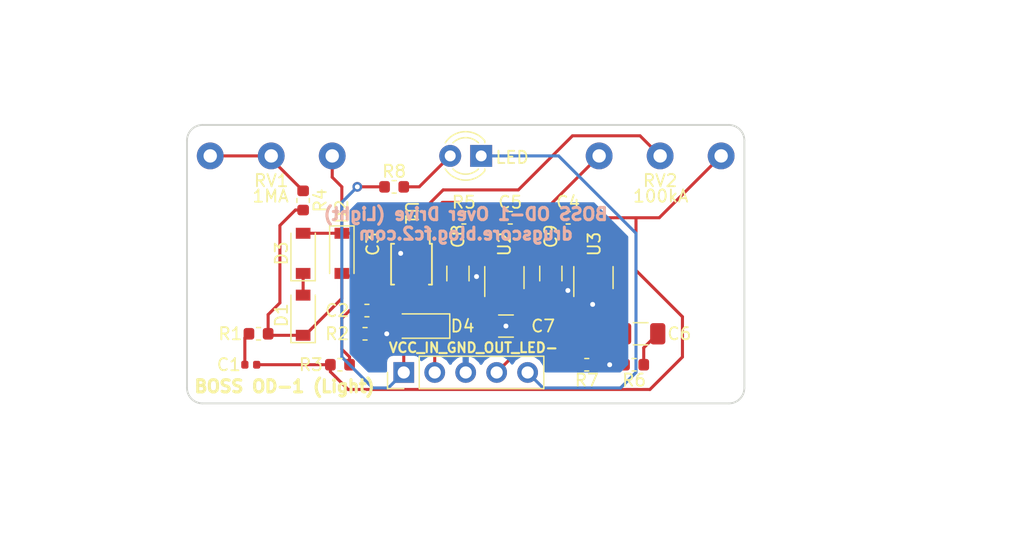
<source format=kicad_pcb>
(kicad_pcb (version 20171130) (host pcbnew 5.0.0-fee4fd1~66~ubuntu16.04.1)

  (general
    (thickness 1.6)
    (drawings 33)
    (tracks 162)
    (zones 0)
    (modules 30)
    (nets 21)
  )

  (page A4)
  (layers
    (0 F.Cu signal hide)
    (31 B.Cu signal hide)
    (32 B.Adhes user)
    (33 F.Adhes user)
    (34 B.Paste user)
    (35 F.Paste user)
    (36 B.SilkS user hide)
    (37 F.SilkS user)
    (38 B.Mask user)
    (39 F.Mask user)
    (40 Dwgs.User user)
    (41 Cmts.User user)
    (42 Eco1.User user)
    (43 Eco2.User user)
    (44 Edge.Cuts user)
    (45 Margin user)
    (46 B.CrtYd user)
    (47 F.CrtYd user)
    (48 B.Fab user)
    (49 F.Fab user)
  )

  (setup
    (last_trace_width 0.25)
    (user_trace_width 0.5)
    (trace_clearance 0.2)
    (zone_clearance 0.508)
    (zone_45_only no)
    (trace_min 0.2)
    (segment_width 0.2)
    (edge_width 0.15)
    (via_size 0.8)
    (via_drill 0.4)
    (via_min_size 0.4)
    (via_min_drill 0.3)
    (uvia_size 0.3)
    (uvia_drill 0.1)
    (uvias_allowed no)
    (uvia_min_size 0.2)
    (uvia_min_drill 0.1)
    (pcb_text_width 0.3)
    (pcb_text_size 1.5 1.5)
    (mod_edge_width 0.15)
    (mod_text_size 1 1)
    (mod_text_width 0.15)
    (pad_size 1.524 1.524)
    (pad_drill 0.762)
    (pad_to_mask_clearance 0.05)
    (aux_axis_origin 0 0)
    (grid_origin 76.2 109.22)
    (visible_elements 7FFFFFFF)
    (pcbplotparams
      (layerselection 0x010fc_ffffffff)
      (usegerberextensions true)
      (usegerberattributes false)
      (usegerberadvancedattributes false)
      (creategerberjobfile false)
      (excludeedgelayer true)
      (linewidth 0.100000)
      (plotframeref false)
      (viasonmask false)
      (mode 1)
      (useauxorigin true)
      (hpglpennumber 1)
      (hpglpenspeed 20)
      (hpglpendiameter 15.000000)
      (psnegative false)
      (psa4output false)
      (plotreference true)
      (plotvalue true)
      (plotinvisibletext false)
      (padsonsilk false)
      (subtractmaskfromsilk true)
      (outputformat 1)
      (mirror false)
      (drillshape 0)
      (scaleselection 1)
      (outputdirectory "Rev.A/"))
  )

  (net 0 "")
  (net 1 +1V8)
  (net 2 "Net-(C1-Pad2)")
  (net 3 "Net-(C2-Pad1)")
  (net 4 "Net-(C3-Pad2)")
  (net 5 "Net-(C3-Pad1)")
  (net 6 "Net-(C4-Pad2)")
  (net 7 "Net-(C5-Pad1)")
  (net 8 GND)
  (net 9 "Net-(C6-Pad2)")
  (net 10 +3V3)
  (net 11 "Net-(R4-Pad1)")
  (net 12 "Net-(RV2-Pad2)")
  (net 13 "Net-(C7-Pad2)")
  (net 14 "Net-(C6-Pad1)")
  (net 15 "Net-(D1-Pad2)")
  (net 16 /INPUT)
  (net 17 /VCC)
  (net 18 /OUTPUT)
  (net 19 "Net-(D5-Pad2)")
  (net 20 /LED-)

  (net_class Default "これはデフォルトのネット クラスです。"
    (clearance 0.2)
    (trace_width 0.25)
    (via_dia 0.8)
    (via_drill 0.4)
    (uvia_dia 0.3)
    (uvia_drill 0.1)
    (add_net +1V8)
    (add_net +3V3)
    (add_net /INPUT)
    (add_net /LED-)
    (add_net /OUTPUT)
    (add_net /VCC)
    (add_net GND)
    (add_net "Net-(C1-Pad2)")
    (add_net "Net-(C2-Pad1)")
    (add_net "Net-(C3-Pad1)")
    (add_net "Net-(C3-Pad2)")
    (add_net "Net-(C4-Pad2)")
    (add_net "Net-(C5-Pad1)")
    (add_net "Net-(C6-Pad1)")
    (add_net "Net-(C6-Pad2)")
    (add_net "Net-(C7-Pad2)")
    (add_net "Net-(D1-Pad2)")
    (add_net "Net-(D5-Pad2)")
    (add_net "Net-(R4-Pad1)")
    (add_net "Net-(RV2-Pad2)")
  )

  (module MountingHole:MountingHole_3.2mm_M3 (layer F.Cu) (tedit 5CE4F881) (tstamp 5CE2181D)
    (at 80.01 120.65)
    (descr "Mounting Hole 3.2mm, no annular, M3")
    (tags "mounting hole 3.2mm no annular m3")
    (attr virtual)
    (fp_text reference REF** (at 2.032 19.812) (layer F.SilkS) hide
      (effects (font (size 1 1) (thickness 0.15)))
    )
    (fp_text value M3 (at 0 21.463) (layer F.Fab) hide
      (effects (font (size 1 1) (thickness 0.15)))
    )
    (fp_text user %R (at -1.905 19.431) (layer F.SilkS) hide
      (effects (font (size 1 1) (thickness 0.15)))
    )
    (fp_circle (center 0 0) (end 3.2 0) (layer Cmts.User) (width 0.15))
    (fp_circle (center 0 0) (end 3.45 0) (layer F.CrtYd) (width 0.05))
    (pad 1 np_thru_hole circle (at 0 0) (size 3.2 3.2) (drill 3.2) (layers *.Cu *.Mask))
  )

  (module Capacitor_SMD:C_0603_1608Metric (layer F.Cu) (tedit 5B301BBE) (tstamp 5CE53058)
    (at 90.9575 124.46)
    (descr "Capacitor SMD 0603 (1608 Metric), square (rectangular) end terminal, IPC_7351 nominal, (Body size source: http://www.tortai-tech.com/upload/download/2011102023233369053.pdf), generated with kicad-footprint-generator")
    (tags capacitor)
    (path /5CDFC7B7)
    (attr smd)
    (fp_text reference C2 (at -2.4385 0) (layer F.SilkS)
      (effects (font (size 1 1) (thickness 0.15)))
    )
    (fp_text value 22n (at -0.0255 -1.397) (layer F.Fab)
      (effects (font (size 1 1) (thickness 0.15)))
    )
    (fp_text user %R (at 0 0) (layer F.Fab)
      (effects (font (size 0.4 0.4) (thickness 0.06)))
    )
    (fp_line (start 1.48 0.73) (end -1.48 0.73) (layer F.CrtYd) (width 0.05))
    (fp_line (start 1.48 -0.73) (end 1.48 0.73) (layer F.CrtYd) (width 0.05))
    (fp_line (start -1.48 -0.73) (end 1.48 -0.73) (layer F.CrtYd) (width 0.05))
    (fp_line (start -1.48 0.73) (end -1.48 -0.73) (layer F.CrtYd) (width 0.05))
    (fp_line (start -0.162779 0.51) (end 0.162779 0.51) (layer F.SilkS) (width 0.12))
    (fp_line (start -0.162779 -0.51) (end 0.162779 -0.51) (layer F.SilkS) (width 0.12))
    (fp_line (start 0.8 0.4) (end -0.8 0.4) (layer F.Fab) (width 0.1))
    (fp_line (start 0.8 -0.4) (end 0.8 0.4) (layer F.Fab) (width 0.1))
    (fp_line (start -0.8 -0.4) (end 0.8 -0.4) (layer F.Fab) (width 0.1))
    (fp_line (start -0.8 0.4) (end -0.8 -0.4) (layer F.Fab) (width 0.1))
    (pad 2 smd roundrect (at 0.7875 0) (size 0.875 0.95) (layers F.Cu F.Paste F.Mask) (roundrect_rratio 0.25)
      (net 16 /INPUT))
    (pad 1 smd roundrect (at -0.7875 0) (size 0.875 0.95) (layers F.Cu F.Paste F.Mask) (roundrect_rratio 0.25)
      (net 3 "Net-(C2-Pad1)"))
    (model ${KISYS3DMOD}/Capacitor_SMD.3dshapes/C_0603_1608Metric.wrl
      (at (xyz 0 0 0))
      (scale (xyz 1 1 1))
      (rotate (xyz 0 0 0))
    )
  )

  (module Capacitor_SMD:C_0603_1608Metric (layer F.Cu) (tedit 5B301BBE) (tstamp 5CE5307A)
    (at 107.4675 116.84 180)
    (descr "Capacitor SMD 0603 (1608 Metric), square (rectangular) end terminal, IPC_7351 nominal, (Body size source: http://www.tortai-tech.com/upload/download/2011102023233369053.pdf), generated with kicad-footprint-generator")
    (tags capacitor)
    (path /5CDFCA0A)
    (attr smd)
    (fp_text reference C4 (at 0 1.27 180) (layer F.SilkS)
      (effects (font (size 1 1) (thickness 0.15)))
    )
    (fp_text value 10n (at -2.8955 0 180) (layer F.Fab)
      (effects (font (size 1 1) (thickness 0.15)))
    )
    (fp_line (start -0.8 0.4) (end -0.8 -0.4) (layer F.Fab) (width 0.1))
    (fp_line (start -0.8 -0.4) (end 0.8 -0.4) (layer F.Fab) (width 0.1))
    (fp_line (start 0.8 -0.4) (end 0.8 0.4) (layer F.Fab) (width 0.1))
    (fp_line (start 0.8 0.4) (end -0.8 0.4) (layer F.Fab) (width 0.1))
    (fp_line (start -0.162779 -0.51) (end 0.162779 -0.51) (layer F.SilkS) (width 0.12))
    (fp_line (start -0.162779 0.51) (end 0.162779 0.51) (layer F.SilkS) (width 0.12))
    (fp_line (start -1.48 0.73) (end -1.48 -0.73) (layer F.CrtYd) (width 0.05))
    (fp_line (start -1.48 -0.73) (end 1.48 -0.73) (layer F.CrtYd) (width 0.05))
    (fp_line (start 1.48 -0.73) (end 1.48 0.73) (layer F.CrtYd) (width 0.05))
    (fp_line (start 1.48 0.73) (end -1.48 0.73) (layer F.CrtYd) (width 0.05))
    (fp_text user %R (at 0 0 180) (layer F.Fab)
      (effects (font (size 0.4 0.4) (thickness 0.06)))
    )
    (pad 1 smd roundrect (at -0.7875 0 180) (size 0.875 0.95) (layers F.Cu F.Paste F.Mask) (roundrect_rratio 0.25)
      (net 1 +1V8))
    (pad 2 smd roundrect (at 0.7875 0 180) (size 0.875 0.95) (layers F.Cu F.Paste F.Mask) (roundrect_rratio 0.25)
      (net 6 "Net-(C4-Pad2)"))
    (model ${KISYS3DMOD}/Capacitor_SMD.3dshapes/C_0603_1608Metric.wrl
      (at (xyz 0 0 0))
      (scale (xyz 1 1 1))
      (rotate (xyz 0 0 0))
    )
  )

  (module Diode_SMD:D_SOD-123 (layer F.Cu) (tedit 5CE4F631) (tstamp 5CE530D7)
    (at 85.725 124.84 90)
    (descr SOD-123)
    (tags SOD-123)
    (path /5CDFE62F)
    (attr smd)
    (fp_text reference D1 (at -0.001 -1.778 90) (layer F.SilkS)
      (effects (font (size 1 1) (thickness 0.15)))
    )
    (fp_text value MMSD4148 (at -20.194 0 90) (layer F.Fab)
      (effects (font (size 1 1) (thickness 0.15)))
    )
    (fp_text user %R (at -0.001 -1.397 90) (layer F.Fab)
      (effects (font (size 1 1) (thickness 0.15)))
    )
    (fp_line (start -2.25 -1) (end -2.25 1) (layer F.SilkS) (width 0.12))
    (fp_line (start 0.25 0) (end 0.75 0) (layer F.Fab) (width 0.1))
    (fp_line (start 0.25 0.4) (end -0.35 0) (layer F.Fab) (width 0.1))
    (fp_line (start 0.25 -0.4) (end 0.25 0.4) (layer F.Fab) (width 0.1))
    (fp_line (start -0.35 0) (end 0.25 -0.4) (layer F.Fab) (width 0.1))
    (fp_line (start -0.35 0) (end -0.35 0.55) (layer F.Fab) (width 0.1))
    (fp_line (start -0.35 0) (end -0.35 -0.55) (layer F.Fab) (width 0.1))
    (fp_line (start -0.75 0) (end -0.35 0) (layer F.Fab) (width 0.1))
    (fp_line (start -1.4 0.9) (end -1.4 -0.9) (layer F.Fab) (width 0.1))
    (fp_line (start 1.4 0.9) (end -1.4 0.9) (layer F.Fab) (width 0.1))
    (fp_line (start 1.4 -0.9) (end 1.4 0.9) (layer F.Fab) (width 0.1))
    (fp_line (start -1.4 -0.9) (end 1.4 -0.9) (layer F.Fab) (width 0.1))
    (fp_line (start -2.35 -1.15) (end 2.35 -1.15) (layer F.CrtYd) (width 0.05))
    (fp_line (start 2.35 -1.15) (end 2.35 1.15) (layer F.CrtYd) (width 0.05))
    (fp_line (start 2.35 1.15) (end -2.35 1.15) (layer F.CrtYd) (width 0.05))
    (fp_line (start -2.35 -1.15) (end -2.35 1.15) (layer F.CrtYd) (width 0.05))
    (fp_line (start -2.25 1) (end 1.65 1) (layer F.SilkS) (width 0.12))
    (fp_line (start -2.25 -1) (end 1.65 -1) (layer F.SilkS) (width 0.12))
    (pad 1 smd rect (at -1.65 0 90) (size 0.9 1.2) (layers F.Cu F.Paste F.Mask)
      (net 4 "Net-(C3-Pad2)"))
    (pad 2 smd rect (at 1.65 0 90) (size 0.9 1.2) (layers F.Cu F.Paste F.Mask)
      (net 15 "Net-(D1-Pad2)"))
    (model ${KISYS3DMOD}/Diode_SMD.3dshapes/D_SOD-123.wrl
      (at (xyz 0 0 0))
      (scale (xyz 1 1 1))
      (rotate (xyz 0 0 0))
    )
  )

  (module Diode_SMD:D_SOD-123 (layer F.Cu) (tedit 5CE4F62B) (tstamp 5CE530F0)
    (at 88.9 119.76 270)
    (descr SOD-123)
    (tags SOD-123)
    (path /5CE02EC1)
    (attr smd)
    (fp_text reference D2 (at -3.428 0 270) (layer F.SilkS)
      (effects (font (size 1 1) (thickness 0.15)))
    )
    (fp_text value MMSD4148 (at 16.765 0 270) (layer F.Fab)
      (effects (font (size 1 1) (thickness 0.15)))
    )
    (fp_text user %R (at -3.301 0 270) (layer F.Fab)
      (effects (font (size 1 1) (thickness 0.15)))
    )
    (fp_line (start -2.25 -1) (end -2.25 1) (layer F.SilkS) (width 0.12))
    (fp_line (start 0.25 0) (end 0.75 0) (layer F.Fab) (width 0.1))
    (fp_line (start 0.25 0.4) (end -0.35 0) (layer F.Fab) (width 0.1))
    (fp_line (start 0.25 -0.4) (end 0.25 0.4) (layer F.Fab) (width 0.1))
    (fp_line (start -0.35 0) (end 0.25 -0.4) (layer F.Fab) (width 0.1))
    (fp_line (start -0.35 0) (end -0.35 0.55) (layer F.Fab) (width 0.1))
    (fp_line (start -0.35 0) (end -0.35 -0.55) (layer F.Fab) (width 0.1))
    (fp_line (start -0.75 0) (end -0.35 0) (layer F.Fab) (width 0.1))
    (fp_line (start -1.4 0.9) (end -1.4 -0.9) (layer F.Fab) (width 0.1))
    (fp_line (start 1.4 0.9) (end -1.4 0.9) (layer F.Fab) (width 0.1))
    (fp_line (start 1.4 -0.9) (end 1.4 0.9) (layer F.Fab) (width 0.1))
    (fp_line (start -1.4 -0.9) (end 1.4 -0.9) (layer F.Fab) (width 0.1))
    (fp_line (start -2.35 -1.15) (end 2.35 -1.15) (layer F.CrtYd) (width 0.05))
    (fp_line (start 2.35 -1.15) (end 2.35 1.15) (layer F.CrtYd) (width 0.05))
    (fp_line (start 2.35 1.15) (end -2.35 1.15) (layer F.CrtYd) (width 0.05))
    (fp_line (start -2.35 -1.15) (end -2.35 1.15) (layer F.CrtYd) (width 0.05))
    (fp_line (start -2.25 1) (end 1.65 1) (layer F.SilkS) (width 0.12))
    (fp_line (start -2.25 -1) (end 1.65 -1) (layer F.SilkS) (width 0.12))
    (pad 1 smd rect (at -1.65 0 270) (size 0.9 1.2) (layers F.Cu F.Paste F.Mask)
      (net 5 "Net-(C3-Pad1)"))
    (pad 2 smd rect (at 1.65 0 270) (size 0.9 1.2) (layers F.Cu F.Paste F.Mask)
      (net 4 "Net-(C3-Pad2)"))
    (model ${KISYS3DMOD}/Diode_SMD.3dshapes/D_SOD-123.wrl
      (at (xyz 0 0 0))
      (scale (xyz 1 1 1))
      (rotate (xyz 0 0 0))
    )
  )

  (module Diode_SMD:D_SOD-123 (layer F.Cu) (tedit 5CE4F62E) (tstamp 5CE53109)
    (at 85.725 119.76 90)
    (descr SOD-123)
    (tags SOD-123)
    (path /5CE02E6F)
    (attr smd)
    (fp_text reference D3 (at -0.001 -1.778 90) (layer F.SilkS)
      (effects (font (size 1 1) (thickness 0.15)))
    )
    (fp_text value MMSD4148 (at -16.765 0 90) (layer F.Fab)
      (effects (font (size 1 1) (thickness 0.15)))
    )
    (fp_line (start -2.25 -1) (end 1.65 -1) (layer F.SilkS) (width 0.12))
    (fp_line (start -2.25 1) (end 1.65 1) (layer F.SilkS) (width 0.12))
    (fp_line (start -2.35 -1.15) (end -2.35 1.15) (layer F.CrtYd) (width 0.05))
    (fp_line (start 2.35 1.15) (end -2.35 1.15) (layer F.CrtYd) (width 0.05))
    (fp_line (start 2.35 -1.15) (end 2.35 1.15) (layer F.CrtYd) (width 0.05))
    (fp_line (start -2.35 -1.15) (end 2.35 -1.15) (layer F.CrtYd) (width 0.05))
    (fp_line (start -1.4 -0.9) (end 1.4 -0.9) (layer F.Fab) (width 0.1))
    (fp_line (start 1.4 -0.9) (end 1.4 0.9) (layer F.Fab) (width 0.1))
    (fp_line (start 1.4 0.9) (end -1.4 0.9) (layer F.Fab) (width 0.1))
    (fp_line (start -1.4 0.9) (end -1.4 -0.9) (layer F.Fab) (width 0.1))
    (fp_line (start -0.75 0) (end -0.35 0) (layer F.Fab) (width 0.1))
    (fp_line (start -0.35 0) (end -0.35 -0.55) (layer F.Fab) (width 0.1))
    (fp_line (start -0.35 0) (end -0.35 0.55) (layer F.Fab) (width 0.1))
    (fp_line (start -0.35 0) (end 0.25 -0.4) (layer F.Fab) (width 0.1))
    (fp_line (start 0.25 -0.4) (end 0.25 0.4) (layer F.Fab) (width 0.1))
    (fp_line (start 0.25 0.4) (end -0.35 0) (layer F.Fab) (width 0.1))
    (fp_line (start 0.25 0) (end 0.75 0) (layer F.Fab) (width 0.1))
    (fp_line (start -2.25 -1) (end -2.25 1) (layer F.SilkS) (width 0.12))
    (fp_text user %R (at -0.001 -1.397 90) (layer F.Fab)
      (effects (font (size 1 1) (thickness 0.15)))
    )
    (pad 2 smd rect (at 1.65 0 90) (size 0.9 1.2) (layers F.Cu F.Paste F.Mask)
      (net 5 "Net-(C3-Pad1)"))
    (pad 1 smd rect (at -1.65 0 90) (size 0.9 1.2) (layers F.Cu F.Paste F.Mask)
      (net 15 "Net-(D1-Pad2)"))
    (model ${KISYS3DMOD}/Diode_SMD.3dshapes/D_SOD-123.wrl
      (at (xyz 0 0 0))
      (scale (xyz 1 1 1))
      (rotate (xyz 0 0 0))
    )
  )

  (module Diode_SMD:D_SOD-123 (layer F.Cu) (tedit 5CE4F626) (tstamp 5CE53122)
    (at 95.505 125.73 180)
    (descr SOD-123)
    (tags SOD-123)
    (path /5CE18E90)
    (attr smd)
    (fp_text reference D4 (at -3.301 0 180) (layer F.SilkS)
      (effects (font (size 1 1) (thickness 0.15)))
    )
    (fp_text value MMSD4148 (at 0.255 -13.97 180) (layer F.Fab)
      (effects (font (size 1 1) (thickness 0.15)))
    )
    (fp_line (start -2.25 -1) (end 1.65 -1) (layer F.SilkS) (width 0.12))
    (fp_line (start -2.25 1) (end 1.65 1) (layer F.SilkS) (width 0.12))
    (fp_line (start -2.35 -1.15) (end -2.35 1.15) (layer F.CrtYd) (width 0.05))
    (fp_line (start 2.35 1.15) (end -2.35 1.15) (layer F.CrtYd) (width 0.05))
    (fp_line (start 2.35 -1.15) (end 2.35 1.15) (layer F.CrtYd) (width 0.05))
    (fp_line (start -2.35 -1.15) (end 2.35 -1.15) (layer F.CrtYd) (width 0.05))
    (fp_line (start -1.4 -0.9) (end 1.4 -0.9) (layer F.Fab) (width 0.1))
    (fp_line (start 1.4 -0.9) (end 1.4 0.9) (layer F.Fab) (width 0.1))
    (fp_line (start 1.4 0.9) (end -1.4 0.9) (layer F.Fab) (width 0.1))
    (fp_line (start -1.4 0.9) (end -1.4 -0.9) (layer F.Fab) (width 0.1))
    (fp_line (start -0.75 0) (end -0.35 0) (layer F.Fab) (width 0.1))
    (fp_line (start -0.35 0) (end -0.35 -0.55) (layer F.Fab) (width 0.1))
    (fp_line (start -0.35 0) (end -0.35 0.55) (layer F.Fab) (width 0.1))
    (fp_line (start -0.35 0) (end 0.25 -0.4) (layer F.Fab) (width 0.1))
    (fp_line (start 0.25 -0.4) (end 0.25 0.4) (layer F.Fab) (width 0.1))
    (fp_line (start 0.25 0.4) (end -0.35 0) (layer F.Fab) (width 0.1))
    (fp_line (start 0.25 0) (end 0.75 0) (layer F.Fab) (width 0.1))
    (fp_line (start -2.25 -1) (end -2.25 1) (layer F.SilkS) (width 0.12))
    (fp_text user %R (at -3.301 0 180) (layer F.Fab)
      (effects (font (size 1 1) (thickness 0.15)))
    )
    (pad 2 smd rect (at 1.65 0 180) (size 0.9 1.2) (layers F.Cu F.Paste F.Mask)
      (net 17 /VCC))
    (pad 1 smd rect (at -1.65 0 180) (size 0.9 1.2) (layers F.Cu F.Paste F.Mask)
      (net 13 "Net-(C7-Pad2)"))
    (model ${KISYS3DMOD}/Diode_SMD.3dshapes/D_SOD-123.wrl
      (at (xyz 0 0 0))
      (scale (xyz 1 1 1))
      (rotate (xyz 0 0 0))
    )
  )

  (module Resistor_SMD:R_0603_1608Metric (layer F.Cu) (tedit 5B301BBD) (tstamp 5CE53142)
    (at 82.0675 126.365)
    (descr "Resistor SMD 0603 (1608 Metric), square (rectangular) end terminal, IPC_7351 nominal, (Body size source: http://www.tortai-tech.com/upload/download/2011102023233369053.pdf), generated with kicad-footprint-generator")
    (tags resistor)
    (path /5CDFB230)
    (attr smd)
    (fp_text reference R1 (at -2.3115 0) (layer F.SilkS)
      (effects (font (size 1 1) (thickness 0.15)))
    )
    (fp_text value 4.7k (at -0.0255 1.397) (layer F.Fab)
      (effects (font (size 1 1) (thickness 0.15)))
    )
    (fp_line (start -0.8 0.4) (end -0.8 -0.4) (layer F.Fab) (width 0.1))
    (fp_line (start -0.8 -0.4) (end 0.8 -0.4) (layer F.Fab) (width 0.1))
    (fp_line (start 0.8 -0.4) (end 0.8 0.4) (layer F.Fab) (width 0.1))
    (fp_line (start 0.8 0.4) (end -0.8 0.4) (layer F.Fab) (width 0.1))
    (fp_line (start -0.162779 -0.51) (end 0.162779 -0.51) (layer F.SilkS) (width 0.12))
    (fp_line (start -0.162779 0.51) (end 0.162779 0.51) (layer F.SilkS) (width 0.12))
    (fp_line (start -1.48 0.73) (end -1.48 -0.73) (layer F.CrtYd) (width 0.05))
    (fp_line (start -1.48 -0.73) (end 1.48 -0.73) (layer F.CrtYd) (width 0.05))
    (fp_line (start 1.48 -0.73) (end 1.48 0.73) (layer F.CrtYd) (width 0.05))
    (fp_line (start 1.48 0.73) (end -1.48 0.73) (layer F.CrtYd) (width 0.05))
    (fp_text user %R (at 0 0) (layer F.Fab)
      (effects (font (size 0.4 0.4) (thickness 0.06)))
    )
    (pad 1 smd roundrect (at -0.7875 0) (size 0.875 0.95) (layers F.Cu F.Paste F.Mask) (roundrect_rratio 0.25)
      (net 2 "Net-(C1-Pad2)"))
    (pad 2 smd roundrect (at 0.7875 0) (size 0.875 0.95) (layers F.Cu F.Paste F.Mask) (roundrect_rratio 0.25)
      (net 4 "Net-(C3-Pad2)"))
    (model ${KISYS3DMOD}/Resistor_SMD.3dshapes/R_0603_1608Metric.wrl
      (at (xyz 0 0 0))
      (scale (xyz 1 1 1))
      (rotate (xyz 0 0 0))
    )
  )

  (module Resistor_SMD:R_0603_1608Metric (layer F.Cu) (tedit 5B301BBD) (tstamp 5CE53153)
    (at 90.805 126.365)
    (descr "Resistor SMD 0603 (1608 Metric), square (rectangular) end terminal, IPC_7351 nominal, (Body size source: http://www.tortai-tech.com/upload/download/2011102023233369053.pdf), generated with kicad-footprint-generator")
    (tags resistor)
    (path /5CDF9C81)
    (attr smd)
    (fp_text reference R2 (at -2.286 0) (layer F.SilkS)
      (effects (font (size 1 1) (thickness 0.15)))
    )
    (fp_text value 1M (at 0 1.27) (layer F.Fab)
      (effects (font (size 1 1) (thickness 0.15)))
    )
    (fp_text user %R (at 0 0) (layer F.Fab)
      (effects (font (size 0.4 0.4) (thickness 0.06)))
    )
    (fp_line (start 1.48 0.73) (end -1.48 0.73) (layer F.CrtYd) (width 0.05))
    (fp_line (start 1.48 -0.73) (end 1.48 0.73) (layer F.CrtYd) (width 0.05))
    (fp_line (start -1.48 -0.73) (end 1.48 -0.73) (layer F.CrtYd) (width 0.05))
    (fp_line (start -1.48 0.73) (end -1.48 -0.73) (layer F.CrtYd) (width 0.05))
    (fp_line (start -0.162779 0.51) (end 0.162779 0.51) (layer F.SilkS) (width 0.12))
    (fp_line (start -0.162779 -0.51) (end 0.162779 -0.51) (layer F.SilkS) (width 0.12))
    (fp_line (start 0.8 0.4) (end -0.8 0.4) (layer F.Fab) (width 0.1))
    (fp_line (start 0.8 -0.4) (end 0.8 0.4) (layer F.Fab) (width 0.1))
    (fp_line (start -0.8 -0.4) (end 0.8 -0.4) (layer F.Fab) (width 0.1))
    (fp_line (start -0.8 0.4) (end -0.8 -0.4) (layer F.Fab) (width 0.1))
    (pad 2 smd roundrect (at 0.7875 0) (size 0.875 0.95) (layers F.Cu F.Paste F.Mask) (roundrect_rratio 0.25)
      (net 8 GND))
    (pad 1 smd roundrect (at -0.7875 0) (size 0.875 0.95) (layers F.Cu F.Paste F.Mask) (roundrect_rratio 0.25)
      (net 16 /INPUT))
    (model ${KISYS3DMOD}/Resistor_SMD.3dshapes/R_0603_1608Metric.wrl
      (at (xyz 0 0 0))
      (scale (xyz 1 1 1))
      (rotate (xyz 0 0 0))
    )
  )

  (module Resistor_SMD:R_0603_1608Metric (layer F.Cu) (tedit 5B301BBD) (tstamp 5CE53164)
    (at 88.7475 128.905 180)
    (descr "Resistor SMD 0603 (1608 Metric), square (rectangular) end terminal, IPC_7351 nominal, (Body size source: http://www.tortai-tech.com/upload/download/2011102023233369053.pdf), generated with kicad-footprint-generator")
    (tags resistor)
    (path /5CDFACEA)
    (attr smd)
    (fp_text reference R3 (at 2.3875 0 180) (layer F.SilkS)
      (effects (font (size 1 1) (thickness 0.15)))
    )
    (fp_text value 1M (at -2.4385 0 180) (layer F.Fab)
      (effects (font (size 1 1) (thickness 0.15)))
    )
    (fp_text user %R (at 0 0 180) (layer F.Fab)
      (effects (font (size 0.4 0.4) (thickness 0.06)))
    )
    (fp_line (start 1.48 0.73) (end -1.48 0.73) (layer F.CrtYd) (width 0.05))
    (fp_line (start 1.48 -0.73) (end 1.48 0.73) (layer F.CrtYd) (width 0.05))
    (fp_line (start -1.48 -0.73) (end 1.48 -0.73) (layer F.CrtYd) (width 0.05))
    (fp_line (start -1.48 0.73) (end -1.48 -0.73) (layer F.CrtYd) (width 0.05))
    (fp_line (start -0.162779 0.51) (end 0.162779 0.51) (layer F.SilkS) (width 0.12))
    (fp_line (start -0.162779 -0.51) (end 0.162779 -0.51) (layer F.SilkS) (width 0.12))
    (fp_line (start 0.8 0.4) (end -0.8 0.4) (layer F.Fab) (width 0.1))
    (fp_line (start 0.8 -0.4) (end 0.8 0.4) (layer F.Fab) (width 0.1))
    (fp_line (start -0.8 -0.4) (end 0.8 -0.4) (layer F.Fab) (width 0.1))
    (fp_line (start -0.8 0.4) (end -0.8 -0.4) (layer F.Fab) (width 0.1))
    (pad 2 smd roundrect (at 0.7875 0 180) (size 0.875 0.95) (layers F.Cu F.Paste F.Mask) (roundrect_rratio 0.25)
      (net 1 +1V8))
    (pad 1 smd roundrect (at -0.7875 0 180) (size 0.875 0.95) (layers F.Cu F.Paste F.Mask) (roundrect_rratio 0.25)
      (net 3 "Net-(C2-Pad1)"))
    (model ${KISYS3DMOD}/Resistor_SMD.3dshapes/R_0603_1608Metric.wrl
      (at (xyz 0 0 0))
      (scale (xyz 1 1 1))
      (rotate (xyz 0 0 0))
    )
  )

  (module Resistor_SMD:R_0603_1608Metric (layer F.Cu) (tedit 5B301BBD) (tstamp 5CE53175)
    (at 85.725 115.4175 270)
    (descr "Resistor SMD 0603 (1608 Metric), square (rectangular) end terminal, IPC_7351 nominal, (Body size source: http://www.tortai-tech.com/upload/download/2011102023233369053.pdf), generated with kicad-footprint-generator")
    (tags resistor)
    (path /5CDFB06F)
    (attr smd)
    (fp_text reference R4 (at 0 -1.397 270) (layer F.SilkS)
      (effects (font (size 1 1) (thickness 0.15)))
    )
    (fp_text value 33k (at -2.8955 0 270) (layer F.Fab)
      (effects (font (size 1 1) (thickness 0.15)))
    )
    (fp_line (start -0.8 0.4) (end -0.8 -0.4) (layer F.Fab) (width 0.1))
    (fp_line (start -0.8 -0.4) (end 0.8 -0.4) (layer F.Fab) (width 0.1))
    (fp_line (start 0.8 -0.4) (end 0.8 0.4) (layer F.Fab) (width 0.1))
    (fp_line (start 0.8 0.4) (end -0.8 0.4) (layer F.Fab) (width 0.1))
    (fp_line (start -0.162779 -0.51) (end 0.162779 -0.51) (layer F.SilkS) (width 0.12))
    (fp_line (start -0.162779 0.51) (end 0.162779 0.51) (layer F.SilkS) (width 0.12))
    (fp_line (start -1.48 0.73) (end -1.48 -0.73) (layer F.CrtYd) (width 0.05))
    (fp_line (start -1.48 -0.73) (end 1.48 -0.73) (layer F.CrtYd) (width 0.05))
    (fp_line (start 1.48 -0.73) (end 1.48 0.73) (layer F.CrtYd) (width 0.05))
    (fp_line (start 1.48 0.73) (end -1.48 0.73) (layer F.CrtYd) (width 0.05))
    (fp_text user %R (at 0 0 270) (layer F.Fab)
      (effects (font (size 0.4 0.4) (thickness 0.06)))
    )
    (pad 1 smd roundrect (at -0.7875 0 270) (size 0.875 0.95) (layers F.Cu F.Paste F.Mask) (roundrect_rratio 0.25)
      (net 11 "Net-(R4-Pad1)"))
    (pad 2 smd roundrect (at 0.7875 0 270) (size 0.875 0.95) (layers F.Cu F.Paste F.Mask) (roundrect_rratio 0.25)
      (net 4 "Net-(C3-Pad2)"))
    (model ${KISYS3DMOD}/Resistor_SMD.3dshapes/R_0603_1608Metric.wrl
      (at (xyz 0 0 0))
      (scale (xyz 1 1 1))
      (rotate (xyz 0 0 0))
    )
  )

  (module Resistor_SMD:R_0603_1608Metric (layer F.Cu) (tedit 5B301BBD) (tstamp 5CE53186)
    (at 98.9075 116.84 180)
    (descr "Resistor SMD 0603 (1608 Metric), square (rectangular) end terminal, IPC_7351 nominal, (Body size source: http://www.tortai-tech.com/upload/download/2011102023233369053.pdf), generated with kicad-footprint-generator")
    (tags resistor)
    (path /5CDFE111)
    (attr smd)
    (fp_text reference R5 (at 0 1.27 180) (layer F.SilkS)
      (effects (font (size 1 1) (thickness 0.15)))
    )
    (fp_text value 18k (at -0.1525 2.54 180) (layer F.Fab)
      (effects (font (size 1 1) (thickness 0.15)))
    )
    (fp_line (start -0.8 0.4) (end -0.8 -0.4) (layer F.Fab) (width 0.1))
    (fp_line (start -0.8 -0.4) (end 0.8 -0.4) (layer F.Fab) (width 0.1))
    (fp_line (start 0.8 -0.4) (end 0.8 0.4) (layer F.Fab) (width 0.1))
    (fp_line (start 0.8 0.4) (end -0.8 0.4) (layer F.Fab) (width 0.1))
    (fp_line (start -0.162779 -0.51) (end 0.162779 -0.51) (layer F.SilkS) (width 0.12))
    (fp_line (start -0.162779 0.51) (end 0.162779 0.51) (layer F.SilkS) (width 0.12))
    (fp_line (start -1.48 0.73) (end -1.48 -0.73) (layer F.CrtYd) (width 0.05))
    (fp_line (start -1.48 -0.73) (end 1.48 -0.73) (layer F.CrtYd) (width 0.05))
    (fp_line (start 1.48 -0.73) (end 1.48 0.73) (layer F.CrtYd) (width 0.05))
    (fp_line (start 1.48 0.73) (end -1.48 0.73) (layer F.CrtYd) (width 0.05))
    (fp_text user %R (at 0 0 180) (layer F.Fab)
      (effects (font (size 0.4 0.4) (thickness 0.06)))
    )
    (pad 1 smd roundrect (at -0.7875 0 180) (size 0.875 0.95) (layers F.Cu F.Paste F.Mask) (roundrect_rratio 0.25)
      (net 6 "Net-(C4-Pad2)"))
    (pad 2 smd roundrect (at 0.7875 0 180) (size 0.875 0.95) (layers F.Cu F.Paste F.Mask) (roundrect_rratio 0.25)
      (net 5 "Net-(C3-Pad1)"))
    (model ${KISYS3DMOD}/Resistor_SMD.3dshapes/R_0603_1608Metric.wrl
      (at (xyz 0 0 0))
      (scale (xyz 1 1 1))
      (rotate (xyz 0 0 0))
    )
  )

  (module Package_SO:MSOP-8_3x3mm_P0.65mm (layer F.Cu) (tedit 5CE4F8E5) (tstamp 5CE531DB)
    (at 94.615 120.65 270)
    (descr "8-Lead Plastic Micro Small Outline Package (MS) [MSOP] (see Microchip Packaging Specification 00000049BS.pdf)")
    (tags "SSOP 0.65")
    (path /5CDF9AB8)
    (attr smd)
    (fp_text reference U1 (at -4.191 0 270 unlocked) (layer F.SilkS)
      (effects (font (size 1 1) (thickness 0.15)))
    )
    (fp_text value GS8632 (at 15.24 0.635 270 unlocked) (layer F.Fab)
      (effects (font (size 1 1) (thickness 0.15)))
    )
    (fp_text user %R (at 0 0 270 unlocked) (layer F.Fab)
      (effects (font (size 0.6 0.6) (thickness 0.15)))
    )
    (fp_line (start -1.675 -1.5) (end -2.925 -1.5) (layer F.SilkS) (width 0.15))
    (fp_line (start -1.675 1.675) (end 1.675 1.675) (layer F.SilkS) (width 0.15))
    (fp_line (start -1.675 -1.675) (end 1.675 -1.675) (layer F.SilkS) (width 0.15))
    (fp_line (start -1.675 1.675) (end -1.675 1.425) (layer F.SilkS) (width 0.15))
    (fp_line (start 1.675 1.675) (end 1.675 1.425) (layer F.SilkS) (width 0.15))
    (fp_line (start 1.675 -1.675) (end 1.675 -1.425) (layer F.SilkS) (width 0.15))
    (fp_line (start -1.675 -1.675) (end -1.675 -1.5) (layer F.SilkS) (width 0.15))
    (fp_line (start -3.2 1.85) (end 3.2 1.85) (layer F.CrtYd) (width 0.05))
    (fp_line (start -3.2 -1.85) (end 3.2 -1.85) (layer F.CrtYd) (width 0.05))
    (fp_line (start 3.2 -1.85) (end 3.2 1.85) (layer F.CrtYd) (width 0.05))
    (fp_line (start -3.2 -1.85) (end -3.2 1.85) (layer F.CrtYd) (width 0.05))
    (fp_line (start -1.5 -0.5) (end -0.5 -1.5) (layer F.Fab) (width 0.15))
    (fp_line (start -1.5 1.5) (end -1.5 -0.5) (layer F.Fab) (width 0.15))
    (fp_line (start 1.5 1.5) (end -1.5 1.5) (layer F.Fab) (width 0.15))
    (fp_line (start 1.5 -1.5) (end 1.5 1.5) (layer F.Fab) (width 0.15))
    (fp_line (start -0.5 -1.5) (end 1.5 -1.5) (layer F.Fab) (width 0.15))
    (pad 8 smd rect (at 2.2 -0.975 270) (size 1.45 0.45) (layers F.Cu F.Paste F.Mask)
      (net 10 +3V3))
    (pad 7 smd rect (at 2.2 -0.325 270) (size 1.45 0.45) (layers F.Cu F.Paste F.Mask)
      (net 5 "Net-(C3-Pad1)"))
    (pad 6 smd rect (at 2.2 0.325 270) (size 1.45 0.45) (layers F.Cu F.Paste F.Mask)
      (net 4 "Net-(C3-Pad2)"))
    (pad 5 smd rect (at 2.2 0.975 270) (size 1.45 0.45) (layers F.Cu F.Paste F.Mask)
      (net 3 "Net-(C2-Pad1)"))
    (pad 4 smd rect (at -2.2 0.975 270) (size 1.45 0.45) (layers F.Cu F.Paste F.Mask)
      (net 8 GND))
    (pad 3 smd rect (at -2.2 0.325 270) (size 1.45 0.45) (layers F.Cu F.Paste F.Mask)
      (net 12 "Net-(RV2-Pad2)"))
    (pad 2 smd rect (at -2.2 -0.325 270) (size 1.45 0.45) (layers F.Cu F.Paste F.Mask)
      (net 14 "Net-(C6-Pad1)"))
    (pad 1 smd rect (at -2.2 -0.975 270) (size 1.45 0.45) (layers F.Cu F.Paste F.Mask)
      (net 14 "Net-(C6-Pad1)"))
    (model ${KISYS3DMOD}/Package_SO.3dshapes/MSOP-8_3x3mm_P0.65mm.wrl
      (at (xyz 0 0 0))
      (scale (xyz 1 1 1))
      (rotate (xyz 0 0 0))
    )
  )

  (module Package_TO_SOT_SMD:SOT-23-5 (layer F.Cu) (tedit 5CE4F623) (tstamp 5CE5362B)
    (at 102.235 121.75 90)
    (descr "5-pin SOT23 package")
    (tags SOT-23-5)
    (path /5CDFA393)
    (attr smd)
    (fp_text reference U2 (at 2.751 0 90) (layer F.SilkS)
      (effects (font (size 1 1) (thickness 0.15)))
    )
    (fp_text value XC6221A332MR-G (at -17.95 -0.254 90) (layer F.Fab)
      (effects (font (size 1 1) (thickness 0.15)))
    )
    (fp_line (start 0.9 -1.55) (end 0.9 1.55) (layer F.Fab) (width 0.1))
    (fp_line (start 0.9 1.55) (end -0.9 1.55) (layer F.Fab) (width 0.1))
    (fp_line (start -0.9 -0.9) (end -0.9 1.55) (layer F.Fab) (width 0.1))
    (fp_line (start 0.9 -1.55) (end -0.25 -1.55) (layer F.Fab) (width 0.1))
    (fp_line (start -0.9 -0.9) (end -0.25 -1.55) (layer F.Fab) (width 0.1))
    (fp_line (start -1.9 1.8) (end -1.9 -1.8) (layer F.CrtYd) (width 0.05))
    (fp_line (start 1.9 1.8) (end -1.9 1.8) (layer F.CrtYd) (width 0.05))
    (fp_line (start 1.9 -1.8) (end 1.9 1.8) (layer F.CrtYd) (width 0.05))
    (fp_line (start -1.9 -1.8) (end 1.9 -1.8) (layer F.CrtYd) (width 0.05))
    (fp_line (start 0.9 -1.61) (end -1.55 -1.61) (layer F.SilkS) (width 0.12))
    (fp_line (start -0.9 1.61) (end 0.9 1.61) (layer F.SilkS) (width 0.12))
    (fp_text user %R (at 0 0 180) (layer F.Fab)
      (effects (font (size 0.5 0.5) (thickness 0.075)))
    )
    (pad 5 smd rect (at 1.1 -0.95 90) (size 1.06 0.65) (layers F.Cu F.Paste F.Mask)
      (net 10 +3V3))
    (pad 4 smd rect (at 1.1 0.95 90) (size 1.06 0.65) (layers F.Cu F.Paste F.Mask))
    (pad 3 smd rect (at -1.1 0.95 90) (size 1.06 0.65) (layers F.Cu F.Paste F.Mask)
      (net 13 "Net-(C7-Pad2)"))
    (pad 2 smd rect (at -1.1 0 90) (size 1.06 0.65) (layers F.Cu F.Paste F.Mask)
      (net 8 GND))
    (pad 1 smd rect (at -1.1 -0.95 90) (size 1.06 0.65) (layers F.Cu F.Paste F.Mask)
      (net 13 "Net-(C7-Pad2)"))
    (model ${KISYS3DMOD}/Package_TO_SOT_SMD.3dshapes/SOT-23-5.wrl
      (at (xyz 0 0 0))
      (scale (xyz 1 1 1))
      (rotate (xyz 0 0 0))
    )
  )

  (module Package_TO_SOT_SMD:SOT-23-5 (layer F.Cu) (tedit 5CE4F620) (tstamp 5CE53653)
    (at 109.54 121.75 90)
    (descr "5-pin SOT23 package")
    (tags SOT-23-5)
    (path /5CDFA2C9)
    (attr smd)
    (fp_text reference U3 (at 2.751 0.061 90) (layer F.SilkS)
      (effects (font (size 1 1) (thickness 0.15)))
    )
    (fp_text value XC6221A182MR-G (at -17.95 -0.32 90) (layer F.Fab)
      (effects (font (size 1 1) (thickness 0.15)))
    )
    (fp_text user %R (at 0 0 180) (layer F.Fab)
      (effects (font (size 0.5 0.5) (thickness 0.075)))
    )
    (fp_line (start -0.9 1.61) (end 0.9 1.61) (layer F.SilkS) (width 0.12))
    (fp_line (start 0.9 -1.61) (end -1.55 -1.61) (layer F.SilkS) (width 0.12))
    (fp_line (start -1.9 -1.8) (end 1.9 -1.8) (layer F.CrtYd) (width 0.05))
    (fp_line (start 1.9 -1.8) (end 1.9 1.8) (layer F.CrtYd) (width 0.05))
    (fp_line (start 1.9 1.8) (end -1.9 1.8) (layer F.CrtYd) (width 0.05))
    (fp_line (start -1.9 1.8) (end -1.9 -1.8) (layer F.CrtYd) (width 0.05))
    (fp_line (start -0.9 -0.9) (end -0.25 -1.55) (layer F.Fab) (width 0.1))
    (fp_line (start 0.9 -1.55) (end -0.25 -1.55) (layer F.Fab) (width 0.1))
    (fp_line (start -0.9 -0.9) (end -0.9 1.55) (layer F.Fab) (width 0.1))
    (fp_line (start 0.9 1.55) (end -0.9 1.55) (layer F.Fab) (width 0.1))
    (fp_line (start 0.9 -1.55) (end 0.9 1.55) (layer F.Fab) (width 0.1))
    (pad 1 smd rect (at -1.1 -0.95 90) (size 1.06 0.65) (layers F.Cu F.Paste F.Mask)
      (net 13 "Net-(C7-Pad2)"))
    (pad 2 smd rect (at -1.1 0 90) (size 1.06 0.65) (layers F.Cu F.Paste F.Mask)
      (net 8 GND))
    (pad 3 smd rect (at -1.1 0.95 90) (size 1.06 0.65) (layers F.Cu F.Paste F.Mask)
      (net 13 "Net-(C7-Pad2)"))
    (pad 4 smd rect (at 1.1 0.95 90) (size 1.06 0.65) (layers F.Cu F.Paste F.Mask))
    (pad 5 smd rect (at 1.1 -0.95 90) (size 1.06 0.65) (layers F.Cu F.Paste F.Mask)
      (net 1 +1V8))
    (model ${KISYS3DMOD}/Package_TO_SOT_SMD.3dshapes/SOT-23-5.wrl
      (at (xyz 0 0 0))
      (scale (xyz 1 1 1))
      (rotate (xyz 0 0 0))
    )
  )

  (module Resistor_SMD:R_0603_1608Metric (layer F.Cu) (tedit 5B301BBD) (tstamp 5CDF2EF2)
    (at 112.8775 128.905)
    (descr "Resistor SMD 0603 (1608 Metric), square (rectangular) end terminal, IPC_7351 nominal, (Body size source: http://www.tortai-tech.com/upload/download/2011102023233369053.pdf), generated with kicad-footprint-generator")
    (tags resistor)
    (path /5CDF6103)
    (attr smd)
    (fp_text reference R6 (at 0 1.27) (layer F.SilkS)
      (effects (font (size 1 1) (thickness 0.15)))
    )
    (fp_text value 1k (at 2.3115 0) (layer F.Fab)
      (effects (font (size 1 1) (thickness 0.15)))
    )
    (fp_text user %R (at 0 0) (layer F.Fab)
      (effects (font (size 0.4 0.4) (thickness 0.06)))
    )
    (fp_line (start 1.48 0.73) (end -1.48 0.73) (layer F.CrtYd) (width 0.05))
    (fp_line (start 1.48 -0.73) (end 1.48 0.73) (layer F.CrtYd) (width 0.05))
    (fp_line (start -1.48 -0.73) (end 1.48 -0.73) (layer F.CrtYd) (width 0.05))
    (fp_line (start -1.48 0.73) (end -1.48 -0.73) (layer F.CrtYd) (width 0.05))
    (fp_line (start -0.162779 0.51) (end 0.162779 0.51) (layer F.SilkS) (width 0.12))
    (fp_line (start -0.162779 -0.51) (end 0.162779 -0.51) (layer F.SilkS) (width 0.12))
    (fp_line (start 0.8 0.4) (end -0.8 0.4) (layer F.Fab) (width 0.1))
    (fp_line (start 0.8 -0.4) (end 0.8 0.4) (layer F.Fab) (width 0.1))
    (fp_line (start -0.8 -0.4) (end 0.8 -0.4) (layer F.Fab) (width 0.1))
    (fp_line (start -0.8 0.4) (end -0.8 -0.4) (layer F.Fab) (width 0.1))
    (pad 2 smd roundrect (at 0.7875 0) (size 0.875 0.95) (layers F.Cu F.Paste F.Mask) (roundrect_rratio 0.25)
      (net 9 "Net-(C6-Pad2)"))
    (pad 1 smd roundrect (at -0.7875 0) (size 0.875 0.95) (layers F.Cu F.Paste F.Mask) (roundrect_rratio 0.25)
      (net 18 /OUTPUT))
    (model ${KISYS3DMOD}/Resistor_SMD.3dshapes/R_0603_1608Metric.wrl
      (at (xyz 0 0 0))
      (scale (xyz 1 1 1))
      (rotate (xyz 0 0 0))
    )
  )

  (module Resistor_SMD:R_0603_1608Metric (layer F.Cu) (tedit 5B301BBD) (tstamp 5CDF2F03)
    (at 108.9915 128.905)
    (descr "Resistor SMD 0603 (1608 Metric), square (rectangular) end terminal, IPC_7351 nominal, (Body size source: http://www.tortai-tech.com/upload/download/2011102023233369053.pdf), generated with kicad-footprint-generator")
    (tags resistor)
    (path /5CDFB610)
    (attr smd)
    (fp_text reference R7 (at 0 1.27) (layer F.SilkS)
      (effects (font (size 1 1) (thickness 0.15)))
    )
    (fp_text value 100k (at 0.1015 -1.397) (layer F.Fab)
      (effects (font (size 1 1) (thickness 0.15)))
    )
    (fp_line (start -0.8 0.4) (end -0.8 -0.4) (layer F.Fab) (width 0.1))
    (fp_line (start -0.8 -0.4) (end 0.8 -0.4) (layer F.Fab) (width 0.1))
    (fp_line (start 0.8 -0.4) (end 0.8 0.4) (layer F.Fab) (width 0.1))
    (fp_line (start 0.8 0.4) (end -0.8 0.4) (layer F.Fab) (width 0.1))
    (fp_line (start -0.162779 -0.51) (end 0.162779 -0.51) (layer F.SilkS) (width 0.12))
    (fp_line (start -0.162779 0.51) (end 0.162779 0.51) (layer F.SilkS) (width 0.12))
    (fp_line (start -1.48 0.73) (end -1.48 -0.73) (layer F.CrtYd) (width 0.05))
    (fp_line (start -1.48 -0.73) (end 1.48 -0.73) (layer F.CrtYd) (width 0.05))
    (fp_line (start 1.48 -0.73) (end 1.48 0.73) (layer F.CrtYd) (width 0.05))
    (fp_line (start 1.48 0.73) (end -1.48 0.73) (layer F.CrtYd) (width 0.05))
    (fp_text user %R (at 0 0) (layer F.Fab)
      (effects (font (size 0.4 0.4) (thickness 0.06)))
    )
    (pad 1 smd roundrect (at -0.7875 0) (size 0.875 0.95) (layers F.Cu F.Paste F.Mask) (roundrect_rratio 0.25)
      (net 18 /OUTPUT))
    (pad 2 smd roundrect (at 0.7875 0) (size 0.875 0.95) (layers F.Cu F.Paste F.Mask) (roundrect_rratio 0.25)
      (net 8 GND))
    (model ${KISYS3DMOD}/Resistor_SMD.3dshapes/R_0603_1608Metric.wrl
      (at (xyz 0 0 0))
      (scale (xyz 1 1 1))
      (rotate (xyz 0 0 0))
    )
  )

  (module Resistor_SMD:R_0603_1608Metric (layer F.Cu) (tedit 5B301BBD) (tstamp 5CEBEE05)
    (at 93.1925 114.3 180)
    (descr "Resistor SMD 0603 (1608 Metric), square (rectangular) end terminal, IPC_7351 nominal, (Body size source: http://www.tortai-tech.com/upload/download/2011102023233369053.pdf), generated with kicad-footprint-generator")
    (tags resistor)
    (path /5CE18F88)
    (attr smd)
    (fp_text reference R8 (at 0 1.27 180) (layer F.SilkS)
      (effects (font (size 1 1) (thickness 0.15)))
    )
    (fp_text value 4.7k (at 3.0225 0 180) (layer F.Fab)
      (effects (font (size 1 1) (thickness 0.15)))
    )
    (fp_line (start -0.8 0.4) (end -0.8 -0.4) (layer F.Fab) (width 0.1))
    (fp_line (start -0.8 -0.4) (end 0.8 -0.4) (layer F.Fab) (width 0.1))
    (fp_line (start 0.8 -0.4) (end 0.8 0.4) (layer F.Fab) (width 0.1))
    (fp_line (start 0.8 0.4) (end -0.8 0.4) (layer F.Fab) (width 0.1))
    (fp_line (start -0.162779 -0.51) (end 0.162779 -0.51) (layer F.SilkS) (width 0.12))
    (fp_line (start -0.162779 0.51) (end 0.162779 0.51) (layer F.SilkS) (width 0.12))
    (fp_line (start -1.48 0.73) (end -1.48 -0.73) (layer F.CrtYd) (width 0.05))
    (fp_line (start -1.48 -0.73) (end 1.48 -0.73) (layer F.CrtYd) (width 0.05))
    (fp_line (start 1.48 -0.73) (end 1.48 0.73) (layer F.CrtYd) (width 0.05))
    (fp_line (start 1.48 0.73) (end -1.48 0.73) (layer F.CrtYd) (width 0.05))
    (fp_text user %R (at 0 0 180) (layer F.Fab)
      (effects (font (size 0.4 0.4) (thickness 0.06)))
    )
    (pad 1 smd roundrect (at -0.7875 0 180) (size 0.875 0.95) (layers F.Cu F.Paste F.Mask) (roundrect_rratio 0.25)
      (net 19 "Net-(D5-Pad2)"))
    (pad 2 smd roundrect (at 0.7875 0 180) (size 0.875 0.95) (layers F.Cu F.Paste F.Mask) (roundrect_rratio 0.25)
      (net 17 /VCC))
    (model ${KISYS3DMOD}/Resistor_SMD.3dshapes/R_0603_1608Metric.wrl
      (at (xyz 0 0 0))
      (scale (xyz 1 1 1))
      (rotate (xyz 0 0 0))
    )
  )

  (module Capacitor_SMD:C_0402_1005Metric (layer F.Cu) (tedit 5B301BBE) (tstamp 5CE786A3)
    (at 91.44 121.135 270)
    (descr "Capacitor SMD 0402 (1005 Metric), square (rectangular) end terminal, IPC_7351 nominal, (Body size source: http://www.tortai-tech.com/upload/download/2011102023233369053.pdf), generated with kicad-footprint-generator")
    (tags capacitor)
    (path /5CDFB029)
    (attr smd)
    (fp_text reference C3 (at -2.136 0 270) (layer F.SilkS)
      (effects (font (size 1 1) (thickness 0.15)))
    )
    (fp_text value 47p (at -4.549 0 270) (layer F.Fab)
      (effects (font (size 1 1) (thickness 0.15)))
    )
    (fp_line (start -0.5 0.25) (end -0.5 -0.25) (layer F.Fab) (width 0.1))
    (fp_line (start -0.5 -0.25) (end 0.5 -0.25) (layer F.Fab) (width 0.1))
    (fp_line (start 0.5 -0.25) (end 0.5 0.25) (layer F.Fab) (width 0.1))
    (fp_line (start 0.5 0.25) (end -0.5 0.25) (layer F.Fab) (width 0.1))
    (fp_line (start -0.93 0.47) (end -0.93 -0.47) (layer F.CrtYd) (width 0.05))
    (fp_line (start -0.93 -0.47) (end 0.93 -0.47) (layer F.CrtYd) (width 0.05))
    (fp_line (start 0.93 -0.47) (end 0.93 0.47) (layer F.CrtYd) (width 0.05))
    (fp_line (start 0.93 0.47) (end -0.93 0.47) (layer F.CrtYd) (width 0.05))
    (fp_text user %R (at 0 0 270) (layer F.Fab)
      (effects (font (size 0.25 0.25) (thickness 0.04)))
    )
    (pad 1 smd roundrect (at -0.485 0 270) (size 0.59 0.64) (layers F.Cu F.Paste F.Mask) (roundrect_rratio 0.25)
      (net 5 "Net-(C3-Pad1)"))
    (pad 2 smd roundrect (at 0.485 0 270) (size 0.59 0.64) (layers F.Cu F.Paste F.Mask) (roundrect_rratio 0.25)
      (net 4 "Net-(C3-Pad2)"))
    (model ${KISYS3DMOD}/Capacitor_SMD.3dshapes/C_0402_1005Metric.wrl
      (at (xyz 0 0 0))
      (scale (xyz 1 1 1))
      (rotate (xyz 0 0 0))
    )
  )

  (module Capacitor_SMD:C_0603_1608Metric (layer F.Cu) (tedit 5B301BBE) (tstamp 5CE786B1)
    (at 102.7175 116.84 180)
    (descr "Capacitor SMD 0603 (1608 Metric), square (rectangular) end terminal, IPC_7351 nominal, (Body size source: http://www.tortai-tech.com/upload/download/2011102023233369053.pdf), generated with kicad-footprint-generator")
    (tags capacitor)
    (path /5CDF9520)
    (attr smd)
    (fp_text reference C5 (at 0 1.27 180) (layer F.SilkS)
      (effects (font (size 1 1) (thickness 0.15)))
    )
    (fp_text value 100n (at -0.0255 2.54 180) (layer F.Fab)
      (effects (font (size 1 1) (thickness 0.15)))
    )
    (fp_line (start -0.8 0.4) (end -0.8 -0.4) (layer F.Fab) (width 0.1))
    (fp_line (start -0.8 -0.4) (end 0.8 -0.4) (layer F.Fab) (width 0.1))
    (fp_line (start 0.8 -0.4) (end 0.8 0.4) (layer F.Fab) (width 0.1))
    (fp_line (start 0.8 0.4) (end -0.8 0.4) (layer F.Fab) (width 0.1))
    (fp_line (start -0.162779 -0.51) (end 0.162779 -0.51) (layer F.SilkS) (width 0.12))
    (fp_line (start -0.162779 0.51) (end 0.162779 0.51) (layer F.SilkS) (width 0.12))
    (fp_line (start -1.48 0.73) (end -1.48 -0.73) (layer F.CrtYd) (width 0.05))
    (fp_line (start -1.48 -0.73) (end 1.48 -0.73) (layer F.CrtYd) (width 0.05))
    (fp_line (start 1.48 -0.73) (end 1.48 0.73) (layer F.CrtYd) (width 0.05))
    (fp_line (start 1.48 0.73) (end -1.48 0.73) (layer F.CrtYd) (width 0.05))
    (fp_text user %R (at 0 0 180) (layer F.Fab)
      (effects (font (size 0.4 0.4) (thickness 0.06)))
    )
    (pad 1 smd roundrect (at -0.7875 0 180) (size 0.875 0.95) (layers F.Cu F.Paste F.Mask) (roundrect_rratio 0.25)
      (net 7 "Net-(C5-Pad1)"))
    (pad 2 smd roundrect (at 0.7875 0 180) (size 0.875 0.95) (layers F.Cu F.Paste F.Mask) (roundrect_rratio 0.25)
      (net 6 "Net-(C4-Pad2)"))
    (model ${KISYS3DMOD}/Capacitor_SMD.3dshapes/C_0603_1608Metric.wrl
      (at (xyz 0 0 0))
      (scale (xyz 1 1 1))
      (rotate (xyz 0 0 0))
    )
  )

  (module Capacitor_SMD:C_1206_3216Metric (layer F.Cu) (tedit 5B301BBE) (tstamp 5CE786C1)
    (at 113.414 126.365)
    (descr "Capacitor SMD 1206 (3216 Metric), square (rectangular) end terminal, IPC_7351 nominal, (Body size source: http://www.tortai-tech.com/upload/download/2011102023233369053.pdf), generated with kicad-footprint-generator")
    (tags capacitor)
    (path /5CDF6976)
    (attr smd)
    (fp_text reference C6 (at 3.172 0) (layer F.SilkS)
      (effects (font (size 1 1) (thickness 0.15)))
    )
    (fp_text value 10u (at -0.003 -1.778) (layer F.Fab)
      (effects (font (size 1 1) (thickness 0.15)))
    )
    (fp_text user %R (at 0 0) (layer F.Fab)
      (effects (font (size 0.8 0.8) (thickness 0.12)))
    )
    (fp_line (start 2.28 1.12) (end -2.28 1.12) (layer F.CrtYd) (width 0.05))
    (fp_line (start 2.28 -1.12) (end 2.28 1.12) (layer F.CrtYd) (width 0.05))
    (fp_line (start -2.28 -1.12) (end 2.28 -1.12) (layer F.CrtYd) (width 0.05))
    (fp_line (start -2.28 1.12) (end -2.28 -1.12) (layer F.CrtYd) (width 0.05))
    (fp_line (start -0.602064 0.91) (end 0.602064 0.91) (layer F.SilkS) (width 0.12))
    (fp_line (start -0.602064 -0.91) (end 0.602064 -0.91) (layer F.SilkS) (width 0.12))
    (fp_line (start 1.6 0.8) (end -1.6 0.8) (layer F.Fab) (width 0.1))
    (fp_line (start 1.6 -0.8) (end 1.6 0.8) (layer F.Fab) (width 0.1))
    (fp_line (start -1.6 -0.8) (end 1.6 -0.8) (layer F.Fab) (width 0.1))
    (fp_line (start -1.6 0.8) (end -1.6 -0.8) (layer F.Fab) (width 0.1))
    (pad 2 smd roundrect (at 1.4 0) (size 1.25 1.75) (layers F.Cu F.Paste F.Mask) (roundrect_rratio 0.2)
      (net 9 "Net-(C6-Pad2)"))
    (pad 1 smd roundrect (at -1.4 0) (size 1.25 1.75) (layers F.Cu F.Paste F.Mask) (roundrect_rratio 0.2)
      (net 14 "Net-(C6-Pad1)"))
    (model ${KISYS3DMOD}/Capacitor_SMD.3dshapes/C_1206_3216Metric.wrl
      (at (xyz 0 0 0))
      (scale (xyz 1 1 1))
      (rotate (xyz 0 0 0))
    )
  )

  (module Capacitor_SMD:C_1206_3216Metric (layer F.Cu) (tedit 5B301BBE) (tstamp 5CE786D1)
    (at 102.365 125.73 180)
    (descr "Capacitor SMD 1206 (3216 Metric), square (rectangular) end terminal, IPC_7351 nominal, (Body size source: http://www.tortai-tech.com/upload/download/2011102023233369053.pdf), generated with kicad-footprint-generator")
    (tags capacitor)
    (path /5CDFCE84)
    (attr smd)
    (fp_text reference C7 (at -3.045 0 180) (layer F.SilkS)
      (effects (font (size 1 1) (thickness 0.15)))
    )
    (fp_text value 10u (at -3.553 1.27 180) (layer F.Fab)
      (effects (font (size 1 1) (thickness 0.15)))
    )
    (fp_line (start -1.6 0.8) (end -1.6 -0.8) (layer F.Fab) (width 0.1))
    (fp_line (start -1.6 -0.8) (end 1.6 -0.8) (layer F.Fab) (width 0.1))
    (fp_line (start 1.6 -0.8) (end 1.6 0.8) (layer F.Fab) (width 0.1))
    (fp_line (start 1.6 0.8) (end -1.6 0.8) (layer F.Fab) (width 0.1))
    (fp_line (start -0.602064 -0.91) (end 0.602064 -0.91) (layer F.SilkS) (width 0.12))
    (fp_line (start -0.602064 0.91) (end 0.602064 0.91) (layer F.SilkS) (width 0.12))
    (fp_line (start -2.28 1.12) (end -2.28 -1.12) (layer F.CrtYd) (width 0.05))
    (fp_line (start -2.28 -1.12) (end 2.28 -1.12) (layer F.CrtYd) (width 0.05))
    (fp_line (start 2.28 -1.12) (end 2.28 1.12) (layer F.CrtYd) (width 0.05))
    (fp_line (start 2.28 1.12) (end -2.28 1.12) (layer F.CrtYd) (width 0.05))
    (fp_text user %R (at 0 0 180) (layer F.Fab)
      (effects (font (size 0.8 0.8) (thickness 0.12)))
    )
    (pad 1 smd roundrect (at -1.4 0 180) (size 1.25 1.75) (layers F.Cu F.Paste F.Mask) (roundrect_rratio 0.2)
      (net 8 GND))
    (pad 2 smd roundrect (at 1.4 0 180) (size 1.25 1.75) (layers F.Cu F.Paste F.Mask) (roundrect_rratio 0.2)
      (net 13 "Net-(C7-Pad2)"))
    (model ${KISYS3DMOD}/Capacitor_SMD.3dshapes/C_1206_3216Metric.wrl
      (at (xyz 0 0 0))
      (scale (xyz 1 1 1))
      (rotate (xyz 0 0 0))
    )
  )

  (module Capacitor_SMD:C_1206_3216Metric (layer F.Cu) (tedit 5B301BBE) (tstamp 5CE786E1)
    (at 98.425 121.415 90)
    (descr "Capacitor SMD 1206 (3216 Metric), square (rectangular) end terminal, IPC_7351 nominal, (Body size source: http://www.tortai-tech.com/upload/download/2011102023233369053.pdf), generated with kicad-footprint-generator")
    (tags capacitor)
    (path /5CDFCBAA)
    (attr smd)
    (fp_text reference C8 (at 3.051 0 90) (layer F.SilkS)
      (effects (font (size 1 1) (thickness 0.15)))
    )
    (fp_text value 10u (at 2.67 1.651 90) (layer F.Fab)
      (effects (font (size 1 1) (thickness 0.15)))
    )
    (fp_line (start -1.6 0.8) (end -1.6 -0.8) (layer F.Fab) (width 0.1))
    (fp_line (start -1.6 -0.8) (end 1.6 -0.8) (layer F.Fab) (width 0.1))
    (fp_line (start 1.6 -0.8) (end 1.6 0.8) (layer F.Fab) (width 0.1))
    (fp_line (start 1.6 0.8) (end -1.6 0.8) (layer F.Fab) (width 0.1))
    (fp_line (start -0.602064 -0.91) (end 0.602064 -0.91) (layer F.SilkS) (width 0.12))
    (fp_line (start -0.602064 0.91) (end 0.602064 0.91) (layer F.SilkS) (width 0.12))
    (fp_line (start -2.28 1.12) (end -2.28 -1.12) (layer F.CrtYd) (width 0.05))
    (fp_line (start -2.28 -1.12) (end 2.28 -1.12) (layer F.CrtYd) (width 0.05))
    (fp_line (start 2.28 -1.12) (end 2.28 1.12) (layer F.CrtYd) (width 0.05))
    (fp_line (start 2.28 1.12) (end -2.28 1.12) (layer F.CrtYd) (width 0.05))
    (fp_text user %R (at 0 0 90) (layer F.Fab)
      (effects (font (size 0.8 0.8) (thickness 0.12)))
    )
    (pad 1 smd roundrect (at -1.4 0 90) (size 1.25 1.75) (layers F.Cu F.Paste F.Mask) (roundrect_rratio 0.2)
      (net 8 GND))
    (pad 2 smd roundrect (at 1.4 0 90) (size 1.25 1.75) (layers F.Cu F.Paste F.Mask) (roundrect_rratio 0.2)
      (net 10 +3V3))
    (model ${KISYS3DMOD}/Capacitor_SMD.3dshapes/C_1206_3216Metric.wrl
      (at (xyz 0 0 0))
      (scale (xyz 1 1 1))
      (rotate (xyz 0 0 0))
    )
  )

  (module Capacitor_SMD:C_1206_3216Metric (layer F.Cu) (tedit 5B301BBE) (tstamp 5CE786F1)
    (at 106.045 121.415 90)
    (descr "Capacitor SMD 1206 (3216 Metric), square (rectangular) end terminal, IPC_7351 nominal, (Body size source: http://www.tortai-tech.com/upload/download/2011102023233369053.pdf), generated with kicad-footprint-generator")
    (tags capacitor)
    (path /5CDFCE20)
    (attr smd)
    (fp_text reference C9 (at 3.051 0 90) (layer F.SilkS)
      (effects (font (size 1 1) (thickness 0.15)))
    )
    (fp_text value 10u (at 2.67 1.651 90) (layer F.Fab)
      (effects (font (size 1 1) (thickness 0.15)))
    )
    (fp_text user %R (at 0 0 90) (layer F.Fab)
      (effects (font (size 0.8 0.8) (thickness 0.12)))
    )
    (fp_line (start 2.28 1.12) (end -2.28 1.12) (layer F.CrtYd) (width 0.05))
    (fp_line (start 2.28 -1.12) (end 2.28 1.12) (layer F.CrtYd) (width 0.05))
    (fp_line (start -2.28 -1.12) (end 2.28 -1.12) (layer F.CrtYd) (width 0.05))
    (fp_line (start -2.28 1.12) (end -2.28 -1.12) (layer F.CrtYd) (width 0.05))
    (fp_line (start -0.602064 0.91) (end 0.602064 0.91) (layer F.SilkS) (width 0.12))
    (fp_line (start -0.602064 -0.91) (end 0.602064 -0.91) (layer F.SilkS) (width 0.12))
    (fp_line (start 1.6 0.8) (end -1.6 0.8) (layer F.Fab) (width 0.1))
    (fp_line (start 1.6 -0.8) (end 1.6 0.8) (layer F.Fab) (width 0.1))
    (fp_line (start -1.6 -0.8) (end 1.6 -0.8) (layer F.Fab) (width 0.1))
    (fp_line (start -1.6 0.8) (end -1.6 -0.8) (layer F.Fab) (width 0.1))
    (pad 2 smd roundrect (at 1.4 0 90) (size 1.25 1.75) (layers F.Cu F.Paste F.Mask) (roundrect_rratio 0.2)
      (net 1 +1V8))
    (pad 1 smd roundrect (at -1.4 0 90) (size 1.25 1.75) (layers F.Cu F.Paste F.Mask) (roundrect_rratio 0.2)
      (net 8 GND))
    (model ${KISYS3DMOD}/Capacitor_SMD.3dshapes/C_1206_3216Metric.wrl
      (at (xyz 0 0 0))
      (scale (xyz 1 1 1))
      (rotate (xyz 0 0 0))
    )
  )

  (module Connector_PinHeader_2.54mm:PinHeader_1x05_P2.54mm_Vertical (layer F.Cu) (tedit 5CE4F81E) (tstamp 5CE787DC)
    (at 93.98 129.54 90)
    (descr "Through hole straight pin header, 1x05, 2.54mm pitch, single row")
    (tags "Through hole pin header THT 1x05 2.54mm single row")
    (path /5CE0C549)
    (fp_text reference J1 (at 0.635 12.7 90) (layer F.SilkS) hide
      (effects (font (size 1 1) (thickness 0.15)))
    )
    (fp_text value VCC_IN_GND_OUT_LED- (at 2.032 5.715 180) (layer F.SilkS)
      (effects (font (size 0.8 0.8) (thickness 0.175)))
    )
    (fp_line (start -0.635 -1.27) (end 1.27 -1.27) (layer F.Fab) (width 0.1))
    (fp_line (start 1.27 -1.27) (end 1.27 11.43) (layer F.Fab) (width 0.1))
    (fp_line (start 1.27 11.43) (end -1.27 11.43) (layer F.Fab) (width 0.1))
    (fp_line (start -1.27 11.43) (end -1.27 -0.635) (layer F.Fab) (width 0.1))
    (fp_line (start -1.27 -0.635) (end -0.635 -1.27) (layer F.Fab) (width 0.1))
    (fp_line (start -1.33 11.49) (end 1.33 11.49) (layer F.SilkS) (width 0.12))
    (fp_line (start -1.33 1.27) (end -1.33 11.49) (layer F.SilkS) (width 0.12))
    (fp_line (start 1.33 1.27) (end 1.33 11.49) (layer F.SilkS) (width 0.12))
    (fp_line (start -1.33 1.27) (end 1.33 1.27) (layer F.SilkS) (width 0.12))
    (fp_line (start -1.33 0) (end -1.33 -1.33) (layer F.SilkS) (width 0.12))
    (fp_line (start -1.33 -1.33) (end 0 -1.33) (layer F.SilkS) (width 0.12))
    (fp_line (start -1.8 -1.8) (end -1.8 11.95) (layer F.CrtYd) (width 0.05))
    (fp_line (start -1.8 11.95) (end 1.8 11.95) (layer F.CrtYd) (width 0.05))
    (fp_line (start 1.8 11.95) (end 1.8 -1.8) (layer F.CrtYd) (width 0.05))
    (fp_line (start 1.8 -1.8) (end -1.8 -1.8) (layer F.CrtYd) (width 0.05))
    (fp_text user %R (at -0.635 12.7 180) (layer F.SilkS) hide
      (effects (font (size 1 1) (thickness 0.15)))
    )
    (pad 1 thru_hole rect (at 0 0 90) (size 1.7 1.7) (drill 1) (layers *.Cu *.Mask)
      (net 17 /VCC))
    (pad 2 thru_hole oval (at 0 2.54 90) (size 1.7 1.7) (drill 1) (layers *.Cu *.Mask)
      (net 16 /INPUT))
    (pad 3 thru_hole oval (at 0 5.08 90) (size 1.7 1.7) (drill 1) (layers *.Cu *.Mask)
      (net 8 GND))
    (pad 4 thru_hole oval (at 0 7.62 90) (size 1.7 1.7) (drill 1) (layers *.Cu *.Mask)
      (net 18 /OUTPUT))
    (pad 5 thru_hole oval (at 0 10.16 90) (size 1.7 1.7) (drill 1) (layers *.Cu *.Mask)
      (net 20 /LED-))
    (model ${KISYS3DMOD}/Connector_PinHeader_2.54mm.3dshapes/PinHeader_1x05_P2.54mm_Vertical.wrl
      (at (xyz 0 0 0))
      (scale (xyz 1 1 1))
      (rotate (xyz 0 0 0))
    )
  )

  (module LED_THT:LED_D3.0mm (layer F.Cu) (tedit 5CE4F2F1) (tstamp 5CE7EE9F)
    (at 100.33 111.76 180)
    (descr "LED, diameter 3.0mm, 2 pins")
    (tags "LED diameter 3.0mm 2 pins")
    (path /5CE1720B)
    (fp_text reference D5 (at 4.699 0 180) (layer F.SilkS) hide
      (effects (font (size 1 1) (thickness 0.15)))
    )
    (fp_text value LED (at -2.54 -0.127 180) (layer F.SilkS)
      (effects (font (size 1 1) (thickness 0.15)))
    )
    (fp_line (start 3.7 -2.25) (end -1.15 -2.25) (layer F.CrtYd) (width 0.05))
    (fp_line (start 3.7 2.25) (end 3.7 -2.25) (layer F.CrtYd) (width 0.05))
    (fp_line (start -1.15 2.25) (end 3.7 2.25) (layer F.CrtYd) (width 0.05))
    (fp_line (start -1.15 -2.25) (end -1.15 2.25) (layer F.CrtYd) (width 0.05))
    (fp_line (start -0.29 1.08) (end -0.29 1.236) (layer F.SilkS) (width 0.12))
    (fp_line (start -0.29 -1.236) (end -0.29 -1.08) (layer F.SilkS) (width 0.12))
    (fp_line (start -0.23 -1.16619) (end -0.23 1.16619) (layer F.Fab) (width 0.1))
    (fp_circle (center 1.27 0) (end 2.77 0) (layer F.Fab) (width 0.1))
    (fp_arc (start 1.27 0) (end 0.229039 1.08) (angle -87.9) (layer F.SilkS) (width 0.12))
    (fp_arc (start 1.27 0) (end 0.229039 -1.08) (angle 87.9) (layer F.SilkS) (width 0.12))
    (fp_arc (start 1.27 0) (end -0.29 1.235516) (angle -108.8) (layer F.SilkS) (width 0.12))
    (fp_arc (start 1.27 0) (end -0.29 -1.235516) (angle 108.8) (layer F.SilkS) (width 0.12))
    (fp_arc (start 1.27 0) (end -0.23 -1.16619) (angle 284.3) (layer F.Fab) (width 0.1))
    (pad 2 thru_hole circle (at 2.54 0 180) (size 1.8 1.8) (drill 0.9) (layers *.Cu *.Mask)
      (net 19 "Net-(D5-Pad2)"))
    (pad 1 thru_hole rect (at 0 0 180) (size 1.8 1.8) (drill 0.9) (layers *.Cu *.Mask)
      (net 20 /LED-))
    (model ${KISYS3DMOD}/LED_THT.3dshapes/LED_D3.0mm.wrl
      (at (xyz 0 0 0))
      (scale (xyz 1 1 1))
      (rotate (xyz 0 0 0))
    )
  )

  (module Capacitor_SMD:C_0402_1005Metric (layer F.Cu) (tedit 5B301BBE) (tstamp 5CE7EF03)
    (at 81.43 128.905 180)
    (descr "Capacitor SMD 0402 (1005 Metric), square (rectangular) end terminal, IPC_7351 nominal, (Body size source: http://www.tortai-tech.com/upload/download/2011102023233369053.pdf), generated with kicad-footprint-generator")
    (tags capacitor)
    (path /5CDFB2A1)
    (attr smd)
    (fp_text reference C1 (at 1.801 0 180) (layer F.SilkS)
      (effects (font (size 1 1) (thickness 0.15)))
    )
    (fp_text value 47n (at -2.263 0 180) (layer F.Fab)
      (effects (font (size 1 1) (thickness 0.15)))
    )
    (fp_line (start -0.5 0.25) (end -0.5 -0.25) (layer F.Fab) (width 0.1))
    (fp_line (start -0.5 -0.25) (end 0.5 -0.25) (layer F.Fab) (width 0.1))
    (fp_line (start 0.5 -0.25) (end 0.5 0.25) (layer F.Fab) (width 0.1))
    (fp_line (start 0.5 0.25) (end -0.5 0.25) (layer F.Fab) (width 0.1))
    (fp_line (start -0.93 0.47) (end -0.93 -0.47) (layer F.CrtYd) (width 0.05))
    (fp_line (start -0.93 -0.47) (end 0.93 -0.47) (layer F.CrtYd) (width 0.05))
    (fp_line (start 0.93 -0.47) (end 0.93 0.47) (layer F.CrtYd) (width 0.05))
    (fp_line (start 0.93 0.47) (end -0.93 0.47) (layer F.CrtYd) (width 0.05))
    (fp_text user %R (at 0 0 180) (layer F.Fab)
      (effects (font (size 0.25 0.25) (thickness 0.04)))
    )
    (pad 1 smd roundrect (at -0.485 0 180) (size 0.59 0.64) (layers F.Cu F.Paste F.Mask) (roundrect_rratio 0.25)
      (net 1 +1V8))
    (pad 2 smd roundrect (at 0.485 0 180) (size 0.59 0.64) (layers F.Cu F.Paste F.Mask) (roundrect_rratio 0.25)
      (net 2 "Net-(C1-Pad2)"))
    (model ${KISYS3DMOD}/Capacitor_SMD.3dshapes/C_0402_1005Metric.wrl
      (at (xyz 0 0 0))
      (scale (xyz 1 1 1))
      (rotate (xyz 0 0 0))
    )
  )

  (module myFoot:my_pot_5mm locked (layer F.Cu) (tedit 5CE1FFB5) (tstamp 5CE8AC0A)
    (at 83.1088 111.76 180)
    (path /5CDFB14D)
    (fp_text reference RV1 (at 0 -2.032 180) (layer F.SilkS)
      (effects (font (size 1 1) (thickness 0.15)))
    )
    (fp_text value 1MA (at 0.0508 -3.302 180) (layer F.SilkS)
      (effects (font (size 1 1) (thickness 0.15)))
    )
    (pad 2 thru_hole circle (at 0 0 180) (size 2.2 2.2) (drill 1.1) (layers *.Cu *.Mask)
      (net 11 "Net-(R4-Pad1)"))
    (pad 1 thru_hole circle (at -5.0038 0 180) (size 2.2 2.2) (drill 1.1) (layers *.Cu *.Mask)
      (net 5 "Net-(C3-Pad1)"))
    (pad 3 thru_hole circle (at 5.0038 0 180) (size 2.2 2.2) (drill 1.1) (layers *.Cu *.Mask)
      (net 11 "Net-(R4-Pad1)"))
  )

  (module myFoot:my_pot_5mm locked (layer F.Cu) (tedit 5CE1FFBB) (tstamp 5CE8AC10)
    (at 115.0112 111.76 180)
    (path /5CDFB6D8)
    (fp_text reference RV2 (at 0 -2.032 180) (layer F.SilkS)
      (effects (font (size 1 1) (thickness 0.15)))
    )
    (fp_text value 100kA (at -0.0508 -3.302 180) (layer F.SilkS)
      (effects (font (size 1 1) (thickness 0.15)))
    )
    (pad 3 thru_hole circle (at 5.0038 0 180) (size 2.2 2.2) (drill 1.1) (layers *.Cu *.Mask)
      (net 7 "Net-(C5-Pad1)"))
    (pad 1 thru_hole circle (at -5.0038 0 180) (size 2.2 2.2) (drill 1.1) (layers *.Cu *.Mask)
      (net 1 +1V8))
    (pad 2 thru_hole circle (at 0 0 180) (size 2.2 2.2) (drill 1.1) (layers *.Cu *.Mask)
      (net 12 "Net-(RV2-Pad2)"))
  )

  (module MountingHole:MountingHole_3.2mm_M3 (layer F.Cu) (tedit 5CE4F879) (tstamp 5CF65A5B)
    (at 118.11 120.65)
    (descr "Mounting Hole 3.2mm, no annular, M3")
    (tags "mounting hole 3.2mm no annular m3")
    (attr virtual)
    (fp_text reference REF** (at -1.778 19.812) (layer F.SilkS) hide
      (effects (font (size 1 1) (thickness 0.15)))
    )
    (fp_text value M3 (at 0.381 21.209) (layer F.Fab) hide
      (effects (font (size 1 1) (thickness 0.15)))
    )
    (fp_circle (center 0 0) (end 3.45 0) (layer F.CrtYd) (width 0.05))
    (fp_circle (center 0 0) (end 3.2 0) (layer Cmts.User) (width 0.15))
    (fp_text user %R (at 2.032 19.558) (layer F.SilkS) hide
      (effects (font (size 1 1) (thickness 0.15)))
    )
    (pad 1 np_thru_hole circle (at 0 0) (size 3.2 3.2) (drill 3.2) (layers *.Cu *.Mask))
  )

  (gr_text RV2 (at 114.935 110.49 180) (layer F.CrtYd) (tstamp 5CE4F710)
    (effects (font (size 1 1) (thickness 0.25)))
  )
  (gr_text RV1 (at 83.185 110.49 180) (layer F.CrtYd)
    (effects (font (size 1 1) (thickness 0.25)))
  )
  (gr_line (start 85.09 100.965) (end 85.09 107.95) (layer F.CrtYd) (width 0.2))
  (gr_line (start 81.28 100.965) (end 85.09 100.965) (layer F.CrtYd) (width 0.2))
  (gr_line (start 81.28 107.95) (end 81.28 100.965) (layer F.CrtYd) (width 0.2))
  (gr_line (start 88.265 107.95) (end 88.265 109.855) (layer F.CrtYd) (width 0.2))
  (gr_line (start 78.105 107.95) (end 88.265 107.95) (layer F.CrtYd) (width 0.2))
  (gr_line (start 78.105 109.855) (end 78.105 107.95) (layer F.CrtYd) (width 0.2))
  (gr_line (start 116.84 100.965) (end 116.84 107.95) (layer F.CrtYd) (width 0.2))
  (gr_line (start 113.03 100.965) (end 116.84 100.965) (layer F.CrtYd) (width 0.2))
  (gr_line (start 113.03 107.95) (end 113.03 100.965) (layer F.CrtYd) (width 0.2))
  (gr_line (start 120.015 107.95) (end 120.015 109.855) (layer F.CrtYd) (width 0.2))
  (gr_line (start 109.855 107.95) (end 120.015 107.95) (layer F.CrtYd) (width 0.2))
  (gr_line (start 109.855 109.855) (end 109.855 107.95) (layer F.CrtYd) (width 0.2))
  (gr_text "BOSS OD-1 (Light)" (at 84.201 130.683) (layer F.SilkS) (tstamp 5CE39827)
    (effects (font (size 1 1) (thickness 0.25)))
  )
  (gr_text "BOSS OD-1 Over Drive (Light)\ndrugscore.blog.fc2.com" (at 99.06 117.348) (layer B.SilkS)
    (effects (font (size 1 1) (thickness 0.25)) (justify mirror))
  )
  (gr_line (start 76.2 110.49) (end 76.2 130.81) (layer Edge.Cuts) (width 0.15))
  (gr_line (start 120.65 109.22) (end 77.47 109.22) (layer Edge.Cuts) (width 0.15))
  (gr_line (start 121.92 130.81) (end 121.92 110.49) (layer Edge.Cuts) (width 0.15))
  (gr_line (start 77.47 132.08) (end 120.65 132.08) (layer Edge.Cuts) (width 0.15))
  (gr_arc (start 77.47 110.49) (end 77.47 109.22) (angle -90) (layer Edge.Cuts) (width 0.15))
  (gr_arc (start 120.65 110.49) (end 121.92 110.49) (angle -90) (layer Edge.Cuts) (width 0.15))
  (gr_arc (start 120.65 130.81) (end 120.65 132.08) (angle -90) (layer Edge.Cuts) (width 0.15))
  (gr_arc (start 77.47 130.81) (end 76.2 130.81) (angle -90) (layer Edge.Cuts) (width 0.15))
  (gr_circle (center 80.01 120.65) (end 76.2 120.65) (layer Dwgs.User) (width 0.2))
  (gr_circle (center 118.11 120.65) (end 121.92 120.65) (layer Dwgs.User) (width 0.2))
  (dimension 15.9512 (width 0.3) (layer Dwgs.User)
    (gr_text "15.951 mm" (at 91.0844 104.580001) (layer Dwgs.User)
      (effects (font (size 1.5 1.5) (thickness 0.3)))
    )
    (feature1 (pts (xy 83.1088 111.76) (xy 83.1088 106.09358)))
    (feature2 (pts (xy 99.06 111.76) (xy 99.06 106.09358)))
    (crossbar (pts (xy 99.06 106.680001) (xy 83.1088 106.680001)))
    (arrow1a (pts (xy 83.1088 106.680001) (xy 84.235304 106.09358)))
    (arrow1b (pts (xy 83.1088 106.680001) (xy 84.235304 107.266422)))
    (arrow2a (pts (xy 99.06 106.680001) (xy 97.933496 106.09358)))
    (arrow2b (pts (xy 99.06 106.680001) (xy 97.933496 107.266422)))
  )
  (dimension 15.9512 (width 0.3) (layer Dwgs.User)
    (gr_text "15.951 mm" (at 107.0356 104.58) (layer Dwgs.User)
      (effects (font (size 1.5 1.5) (thickness 0.3)))
    )
    (feature1 (pts (xy 115.0112 111.76) (xy 115.0112 106.093579)))
    (feature2 (pts (xy 99.06 111.76) (xy 99.06 106.093579)))
    (crossbar (pts (xy 99.06 106.68) (xy 115.0112 106.68)))
    (arrow1a (pts (xy 115.0112 106.68) (xy 113.884696 107.266421)))
    (arrow1b (pts (xy 115.0112 106.68) (xy 113.884696 106.093579)))
    (arrow2a (pts (xy 99.06 106.68) (xy 100.186504 107.266421)))
    (arrow2b (pts (xy 99.06 106.68) (xy 100.186504 106.093579)))
  )
  (dimension 22.86 (width 0.3) (layer Dwgs.User)
    (gr_text "22.860 mm" (at 71.56 120.65 270) (layer Dwgs.User)
      (effects (font (size 1.5 1.5) (thickness 0.3)))
    )
    (feature1 (pts (xy 76.2 132.08) (xy 73.073579 132.08)))
    (feature2 (pts (xy 76.2 109.22) (xy 73.073579 109.22)))
    (crossbar (pts (xy 73.66 109.22) (xy 73.66 132.08)))
    (arrow1a (pts (xy 73.66 132.08) (xy 73.073579 130.953496)))
    (arrow1b (pts (xy 73.66 132.08) (xy 74.246421 130.953496)))
    (arrow2a (pts (xy 73.66 109.22) (xy 73.073579 110.346504)))
    (arrow2b (pts (xy 73.66 109.22) (xy 74.246421 110.346504)))
  )
  (dimension 22.86 (width 0.3) (layer Dwgs.User)
    (gr_text "22.860 mm" (at 87.63 136.72) (layer Dwgs.User)
      (effects (font (size 1.5 1.5) (thickness 0.3)))
    )
    (feature1 (pts (xy 76.2 132.08) (xy 76.2 135.206421)))
    (feature2 (pts (xy 99.06 132.08) (xy 99.06 135.206421)))
    (crossbar (pts (xy 99.06 134.62) (xy 76.2 134.62)))
    (arrow1a (pts (xy 76.2 134.62) (xy 77.326504 134.033579)))
    (arrow1b (pts (xy 76.2 134.62) (xy 77.326504 135.206421)))
    (arrow2a (pts (xy 99.06 134.62) (xy 97.933496 134.033579)))
    (arrow2b (pts (xy 99.06 134.62) (xy 97.933496 135.206421)))
  )
  (dimension 22.86 (width 0.3) (layer Dwgs.User)
    (gr_text "22.860 mm" (at 110.49 136.72) (layer Dwgs.User)
      (effects (font (size 1.5 1.5) (thickness 0.3)))
    )
    (feature1 (pts (xy 121.92 132.08) (xy 121.92 135.206421)))
    (feature2 (pts (xy 99.06 132.08) (xy 99.06 135.206421)))
    (crossbar (pts (xy 99.06 134.62) (xy 121.92 134.62)))
    (arrow1a (pts (xy 121.92 134.62) (xy 120.793496 135.206421)))
    (arrow1b (pts (xy 121.92 134.62) (xy 120.793496 134.033579)))
    (arrow2a (pts (xy 99.06 134.62) (xy 100.186504 135.206421)))
    (arrow2b (pts (xy 99.06 134.62) (xy 100.186504 134.033579)))
  )
  (gr_line (start 144.78 111.76) (end 60.96 111.76) (layer Dwgs.User) (width 0.2))
  (gr_line (start 99.06 144.78) (end 99.06 99.06) (layer Dwgs.User) (width 0.2))

  (segment (start 120.015 111.76) (end 114.935 116.84) (width 0.25) (layer F.Cu) (net 1) (status 10))
  (segment (start 107.955 120.015) (end 108.59 120.65) (width 0.25) (layer F.Cu) (net 1) (status 20))
  (segment (start 106.045 120.015) (end 107.955 120.015) (width 0.25) (layer F.Cu) (net 1) (status 10))
  (segment (start 106.045 119.05) (end 106.045 120.015) (width 0.25) (layer F.Cu) (net 1) (status 20))
  (segment (start 108.255 116.84) (end 106.045 119.05) (width 0.25) (layer F.Cu) (net 1) (status 10))
  (segment (start 114.935 116.84) (end 113.03 116.84) (width 0.25) (layer F.Cu) (net 1))
  (segment (start 113.03 116.84) (end 113.03 121.158) (width 0.25) (layer F.Cu) (net 1))
  (segment (start 113.03 116.84) (end 108.255 116.84) (width 0.25) (layer F.Cu) (net 1) (status 20))
  (segment (start 113.03 121.158) (end 116.84 124.968) (width 0.25) (layer F.Cu) (net 1))
  (segment (start 116.84 124.968) (end 116.84 128.27) (width 0.25) (layer F.Cu) (net 1))
  (segment (start 116.84 128.27) (end 114.173 130.937) (width 0.25) (layer F.Cu) (net 1))
  (segment (start 87.96 129.48) (end 89.417 130.937) (width 0.25) (layer F.Cu) (net 1))
  (segment (start 87.96 128.905) (end 87.96 129.48) (width 0.25) (layer F.Cu) (net 1) (status 10))
  (segment (start 89.417 130.937) (end 114.173 130.937) (width 0.25) (layer F.Cu) (net 1))
  (segment (start 87.96 128.905) (end 81.915 128.905) (width 0.25) (layer F.Cu) (net 1) (status 30))
  (segment (start 80.945 126.7) (end 81.28 126.365) (width 0.25) (layer F.Cu) (net 2) (status 30))
  (segment (start 80.945 128.905) (end 80.945 126.7) (width 0.25) (layer F.Cu) (net 2) (status 30))
  (segment (start 90.17 124.46) (end 90.17 123.825) (width 0.25) (layer F.Cu) (net 3) (status 10))
  (segment (start 90.17 123.825) (end 90.805 123.19) (width 0.25) (layer F.Cu) (net 3))
  (segment (start 93.165 122.85) (end 93.64 122.85) (width 0.25) (layer F.Cu) (net 3) (status 20))
  (segment (start 92.825 123.19) (end 93.165 122.85) (width 0.25) (layer F.Cu) (net 3))
  (segment (start 90.805 123.19) (end 92.825 123.19) (width 0.25) (layer F.Cu) (net 3))
  (segment (start 90.17 124.46) (end 89.535 124.46) (width 0.25) (layer F.Cu) (net 3) (status 10))
  (segment (start 89.535 124.46) (end 88.9 125.095) (width 0.25) (layer F.Cu) (net 3))
  (segment (start 88.9 125.095) (end 88.9 127.635) (width 0.25) (layer F.Cu) (net 3))
  (segment (start 88.9 127.635) (end 89.535 128.27) (width 0.25) (layer F.Cu) (net 3))
  (segment (start 89.535 128.27) (end 89.535 128.905) (width 0.25) (layer F.Cu) (net 3) (status 20))
  (segment (start 94.035 121.62) (end 91.44 121.62) (width 0.25) (layer F.Cu) (net 4) (status 20))
  (segment (start 94.29 121.875) (end 94.035 121.62) (width 0.25) (layer F.Cu) (net 4))
  (segment (start 94.29 122.85) (end 94.29 121.875) (width 0.25) (layer F.Cu) (net 4) (status 10))
  (segment (start 89.11 121.62) (end 88.9 121.41) (width 0.25) (layer F.Cu) (net 4) (status 30))
  (segment (start 91.44 121.62) (end 89.11 121.62) (width 0.25) (layer F.Cu) (net 4) (status 30))
  (segment (start 88.9 123.465) (end 88.9 121.41) (width 0.25) (layer F.Cu) (net 4) (status 20))
  (segment (start 85.875 126.49) (end 88.9 123.465) (width 0.25) (layer F.Cu) (net 4) (status 10))
  (segment (start 85.725 126.49) (end 85.875 126.49) (width 0.25) (layer F.Cu) (net 4) (status 30))
  (segment (start 82.98 126.49) (end 82.855 126.365) (width 0.25) (layer F.Cu) (net 4) (status 30))
  (segment (start 85.725 126.49) (end 82.98 126.49) (width 0.25) (layer F.Cu) (net 4) (status 30))
  (segment (start 82.855 124.79) (end 82.855 126.365) (width 0.25) (layer F.Cu) (net 4) (status 20))
  (segment (start 85.725 116.205) (end 85.09 116.205) (width 0.25) (layer F.Cu) (net 4) (status 10))
  (segment (start 83.82 117.475) (end 83.82 123.825) (width 0.25) (layer F.Cu) (net 4))
  (segment (start 85.09 116.205) (end 83.82 117.475) (width 0.25) (layer F.Cu) (net 4))
  (segment (start 83.82 123.825) (end 82.855 124.79) (width 0.25) (layer F.Cu) (net 4))
  (segment (start 94.94 122.85) (end 94.94 120.975) (width 0.25) (layer F.Cu) (net 5) (status 10))
  (segment (start 94.615 120.65) (end 91.44 120.65) (width 0.25) (layer F.Cu) (net 5) (status 20))
  (segment (start 94.94 120.975) (end 94.615 120.65) (width 0.25) (layer F.Cu) (net 5))
  (segment (start 85.725 118.11) (end 88.9 118.11) (width 0.25) (layer F.Cu) (net 5) (status 30))
  (segment (start 91.44 119.8) (end 91.44 120.65) (width 0.25) (layer F.Cu) (net 5) (status 20))
  (segment (start 89.75 118.11) (end 91.44 119.8) (width 0.25) (layer F.Cu) (net 5))
  (segment (start 88.9 118.11) (end 89.75 118.11) (width 0.25) (layer F.Cu) (net 5) (status 10))
  (segment (start 88.1126 111.76) (end 88.1126 113.5126) (width 0.25) (layer F.Cu) (net 5) (status 10))
  (segment (start 88.9 114.3) (end 88.9 118.11) (width 0.25) (layer F.Cu) (net 5) (status 20))
  (segment (start 88.1126 113.5126) (end 88.9 114.3) (width 0.25) (layer F.Cu) (net 5))
  (segment (start 97.658388 118.256612) (end 94.94 120.975) (width 0.25) (layer F.Cu) (net 5))
  (segment (start 97.658388 117.301612) (end 97.658388 118.256612) (width 0.25) (layer F.Cu) (net 5))
  (segment (start 98.12 116.84) (end 97.658388 117.301612) (width 0.25) (layer F.Cu) (net 5) (status 10))
  (segment (start 99.695 116.84) (end 101.93 116.84) (width 0.25) (layer F.Cu) (net 6) (status 30))
  (segment (start 106.1425 116.84) (end 104.8725 118.11) (width 0.25) (layer F.Cu) (net 6))
  (segment (start 106.68 116.84) (end 106.1425 116.84) (width 0.25) (layer F.Cu) (net 6) (status 10))
  (segment (start 103.2 118.11) (end 101.93 116.84) (width 0.25) (layer F.Cu) (net 6) (status 20))
  (segment (start 104.8725 118.11) (end 103.2 118.11) (width 0.25) (layer F.Cu) (net 6))
  (segment (start 104.9274 116.84) (end 103.505 116.84) (width 0.25) (layer F.Cu) (net 7) (status 20))
  (segment (start 110.0074 111.76) (end 104.9274 116.84) (width 0.25) (layer F.Cu) (net 7) (status 10))
  (segment (start 98.425 122.815) (end 99.574 121.666) (width 0.25) (layer F.Cu) (net 8) (status 10))
  (via (at 99.949 121.666) (size 0.8) (drill 0.4) (layers F.Cu B.Cu) (net 8))
  (segment (start 99.574 121.666) (end 99.949 121.666) (width 0.25) (layer F.Cu) (net 8))
  (segment (start 102.235 122.07) (end 102.235 122.85) (width 0.25) (layer F.Cu) (net 8) (status 20))
  (segment (start 101.831 121.666) (end 102.235 122.07) (width 0.25) (layer F.Cu) (net 8))
  (segment (start 99.949 121.666) (end 101.831 121.666) (width 0.25) (layer F.Cu) (net 8))
  (via (at 102.362 125.73) (size 0.8) (drill 0.4) (layers F.Cu B.Cu) (net 8))
  (segment (start 103.765 125.73) (end 102.362 125.73) (width 0.25) (layer F.Cu) (net 8) (status 10))
  (via (at 107.442 122.809) (size 0.8) (drill 0.4) (layers F.Cu B.Cu) (net 8))
  (segment (start 107.436 122.815) (end 107.442 122.809) (width 0.25) (layer F.Cu) (net 8))
  (segment (start 106.045 122.815) (end 107.436 122.815) (width 0.25) (layer F.Cu) (net 8) (status 10))
  (via (at 109.474 123.952) (size 0.8) (drill 0.4) (layers F.Cu B.Cu) (net 8))
  (segment (start 109.54 123.886) (end 109.474 123.952) (width 0.25) (layer F.Cu) (net 8))
  (segment (start 109.54 122.85) (end 109.54 123.886) (width 0.25) (layer F.Cu) (net 8) (status 10))
  (via (at 110.871 128.905) (size 0.8) (drill 0.4) (layers F.Cu B.Cu) (net 8))
  (segment (start 109.779 128.905) (end 110.871 128.905) (width 0.25) (layer F.Cu) (net 8) (status 10))
  (via (at 93.726 119.761) (size 0.8) (drill 0.4) (layers F.Cu B.Cu) (net 8))
  (segment (start 93.64 119.675) (end 93.726 119.761) (width 0.25) (layer F.Cu) (net 8))
  (segment (start 93.64 118.45) (end 93.64 119.675) (width 0.25) (layer F.Cu) (net 8) (status 10))
  (via (at 92.583 126.365) (size 0.8) (drill 0.4) (layers F.Cu B.Cu) (net 8))
  (segment (start 91.5925 126.365) (end 92.583 126.365) (width 0.25) (layer F.Cu) (net 8) (status 10))
  (segment (start 113.665 127.514) (end 113.665 128.905) (width 0.25) (layer F.Cu) (net 9) (status 20))
  (segment (start 114.814 126.365) (end 113.665 127.514) (width 0.25) (layer F.Cu) (net 9) (status 10))
  (segment (start 99.06 120.65) (end 98.425 120.015) (width 0.25) (layer F.Cu) (net 10) (status 20))
  (segment (start 101.285 120.65) (end 99.06 120.65) (width 0.25) (layer F.Cu) (net 10) (status 10))
  (segment (start 98.425 120.015) (end 95.59 122.85) (width 0.25) (layer F.Cu) (net 10) (status 30))
  (segment (start 78.105 111.76) (end 83.1088 111.76) (width 0.25) (layer F.Cu) (net 11) (status 30))
  (segment (start 83.1088 112.0138) (end 83.1088 111.76) (width 0.25) (layer F.Cu) (net 11) (status 30))
  (segment (start 85.725 114.63) (end 83.1088 112.0138) (width 0.25) (layer F.Cu) (net 11) (status 30))
  (segment (start 113.3602 110.109) (end 115.0112 111.76) (width 0.25) (layer F.Cu) (net 12) (status 20))
  (segment (start 107.823 110.109) (end 113.3602 110.109) (width 0.25) (layer F.Cu) (net 12))
  (segment (start 94.29 118.45) (end 94.29 117.475) (width 0.25) (layer F.Cu) (net 12) (status 10))
  (segment (start 94.29 117.475) (end 97.211 114.554) (width 0.25) (layer F.Cu) (net 12))
  (segment (start 103.378 114.554) (end 107.823 110.109) (width 0.25) (layer F.Cu) (net 12))
  (segment (start 97.211 114.554) (end 103.378 114.554) (width 0.25) (layer F.Cu) (net 12))
  (segment (start 97.155 125.73) (end 100.965 125.73) (width 0.25) (layer F.Cu) (net 13) (status 30))
  (segment (start 100.965 123.17) (end 101.285 122.85) (width 0.25) (layer F.Cu) (net 13) (status 30))
  (segment (start 103.124 124.079) (end 100.965 124.079) (width 0.25) (layer F.Cu) (net 13))
  (segment (start 100.965 125.73) (end 100.965 124.079) (width 0.25) (layer F.Cu) (net 13) (status 10))
  (segment (start 100.965 124.079) (end 100.965 123.17) (width 0.25) (layer F.Cu) (net 13) (status 20))
  (segment (start 103.185 122.85) (end 103.185 124.018) (width 0.25) (layer F.Cu) (net 13) (status 10))
  (segment (start 103.185 124.018) (end 103.124 124.079) (width 0.25) (layer F.Cu) (net 13))
  (segment (start 110.49 122.85) (end 110.49 124.333) (width 0.25) (layer F.Cu) (net 13) (status 10))
  (segment (start 110.49 124.333) (end 109.982 124.841) (width 0.25) (layer F.Cu) (net 13))
  (segment (start 108.966 124.841) (end 108.204 124.079) (width 0.25) (layer F.Cu) (net 13))
  (segment (start 109.982 124.841) (end 108.966 124.841) (width 0.25) (layer F.Cu) (net 13))
  (segment (start 108.204 124.079) (end 103.124 124.079) (width 0.25) (layer F.Cu) (net 13))
  (segment (start 108.59 123.63) (end 108.204 124.016) (width 0.25) (layer F.Cu) (net 13))
  (segment (start 108.204 124.016) (end 108.204 124.079) (width 0.25) (layer F.Cu) (net 13))
  (segment (start 108.59 122.85) (end 108.59 123.63) (width 0.25) (layer F.Cu) (net 13) (status 10))
  (segment (start 95.59 118.45) (end 94.94 118.45) (width 0.25) (layer F.Cu) (net 14) (status 30))
  (segment (start 112.014 122.301) (end 112.014 126.365) (width 0.25) (layer F.Cu) (net 14) (status 20))
  (segment (start 111.506 121.793) (end 112.014 122.301) (width 0.25) (layer F.Cu) (net 14))
  (segment (start 107.315 121.412) (end 107.696 121.793) (width 0.25) (layer F.Cu) (net 14))
  (segment (start 104.902 121.412) (end 107.315 121.412) (width 0.25) (layer F.Cu) (net 14))
  (segment (start 98.552 115.57) (end 98.93249 115.95049) (width 0.25) (layer F.Cu) (net 14))
  (segment (start 98.93249 117.321484) (end 100.737006 119.126) (width 0.25) (layer F.Cu) (net 14))
  (segment (start 98.93249 115.95049) (end 98.93249 117.321484) (width 0.25) (layer F.Cu) (net 14))
  (segment (start 100.737006 119.126) (end 103.759 119.126) (width 0.25) (layer F.Cu) (net 14))
  (segment (start 95.59 117.135) (end 97.155 115.57) (width 0.25) (layer F.Cu) (net 14))
  (segment (start 103.759 119.126) (end 104.267 119.634) (width 0.25) (layer F.Cu) (net 14))
  (segment (start 104.267 119.634) (end 104.267 120.777) (width 0.25) (layer F.Cu) (net 14))
  (segment (start 107.696 121.793) (end 111.506 121.793) (width 0.25) (layer F.Cu) (net 14))
  (segment (start 97.155 115.57) (end 98.552 115.57) (width 0.25) (layer F.Cu) (net 14))
  (segment (start 95.59 118.45) (end 95.59 117.135) (width 0.25) (layer F.Cu) (net 14) (status 10))
  (segment (start 104.267 120.777) (end 104.902 121.412) (width 0.25) (layer F.Cu) (net 14))
  (segment (start 85.725 121.41) (end 85.725 123.19) (width 0.25) (layer F.Cu) (net 15) (status 30))
  (segment (start 90.0175 126.1875) (end 90.0175 126.365) (width 0.25) (layer F.Cu) (net 16) (status 30))
  (segment (start 91.745 124.46) (end 90.0175 126.1875) (width 0.25) (layer F.Cu) (net 16) (status 30))
  (segment (start 91.745 124.46) (end 94.869 124.46) (width 0.25) (layer F.Cu) (net 16) (status 10))
  (segment (start 94.869 124.46) (end 95.631 125.222) (width 0.25) (layer F.Cu) (net 16))
  (segment (start 95.631 125.222) (end 95.631 127) (width 0.25) (layer F.Cu) (net 16))
  (segment (start 96.52 127.889) (end 96.52 129.54) (width 0.25) (layer F.Cu) (net 16) (status 20))
  (segment (start 95.631 127) (end 96.52 127.889) (width 0.25) (layer F.Cu) (net 16))
  (segment (start 93.98 125.855) (end 93.855 125.73) (width 0.25) (layer F.Cu) (net 17) (status 30))
  (segment (start 93.98 129.54) (end 93.98 125.855) (width 0.25) (layer F.Cu) (net 17) (status 30))
  (via (at 90.17 114.3) (size 0.8) (drill 0.4) (layers F.Cu B.Cu) (net 17))
  (segment (start 92.405 114.3) (end 90.17 114.3) (width 0.25) (layer F.Cu) (net 17) (status 10))
  (segment (start 92.71 130.81) (end 93.98 129.54) (width 0.25) (layer B.Cu) (net 17) (status 20))
  (segment (start 90.17 114.3) (end 88.9 115.57) (width 0.25) (layer B.Cu) (net 17))
  (segment (start 88.9 115.57) (end 88.9 128.27) (width 0.25) (layer B.Cu) (net 17))
  (segment (start 88.9 128.27) (end 91.44 130.81) (width 0.25) (layer B.Cu) (net 17))
  (segment (start 91.44 130.81) (end 92.71 130.81) (width 0.25) (layer B.Cu) (net 17))
  (segment (start 112.014 128.829) (end 112.09 128.905) (width 0.25) (layer F.Cu) (net 18) (status 30))
  (segment (start 108.204 128.33) (end 108.899 127.635) (width 0.25) (layer F.Cu) (net 18))
  (segment (start 108.204 128.905) (end 108.204 128.33) (width 0.25) (layer F.Cu) (net 18) (status 10))
  (segment (start 110.82 127.635) (end 112.09 128.905) (width 0.25) (layer F.Cu) (net 18) (status 20))
  (segment (start 108.899 127.635) (end 110.82 127.635) (width 0.25) (layer F.Cu) (net 18))
  (segment (start 105.41 127.635) (end 103.505 127.635) (width 0.25) (layer F.Cu) (net 18))
  (segment (start 103.505 127.635) (end 101.6 129.54) (width 0.25) (layer F.Cu) (net 18) (status 20))
  (segment (start 106.68 128.905) (end 105.41 127.635) (width 0.25) (layer F.Cu) (net 18))
  (segment (start 108.204 128.905) (end 106.68 128.905) (width 0.25) (layer F.Cu) (net 18) (status 10))
  (segment (start 95.25 114.3) (end 93.98 114.3) (width 0.25) (layer F.Cu) (net 19) (status 20))
  (segment (start 97.79 111.76) (end 95.25 114.3) (width 0.25) (layer F.Cu) (net 19) (status 10))
  (segment (start 100.33 111.76) (end 106.68 111.76) (width 0.25) (layer B.Cu) (net 20) (status 10))
  (segment (start 106.68 111.76) (end 113.03 118.11) (width 0.25) (layer B.Cu) (net 20))
  (segment (start 113.03 118.11) (end 113.03 129.54) (width 0.25) (layer B.Cu) (net 20))
  (segment (start 113.03 129.54) (end 111.76 130.81) (width 0.25) (layer B.Cu) (net 20))
  (segment (start 111.76 130.81) (end 105.41 130.81) (width 0.25) (layer B.Cu) (net 20))
  (segment (start 105.41 130.81) (end 104.14 129.54) (width 0.25) (layer B.Cu) (net 20) (status 20))

  (zone (net 8) (net_name GND) (layer B.Cu) (tstamp 5CE4BF22) (hatch edge 0.508)
    (connect_pads (clearance 0.508))
    (min_thickness 0.254)
    (fill yes (arc_segments 16) (thermal_gap 0.508) (thermal_bridge_width 0.508))
    (polygon
      (pts
        (xy 97.79 129.54) (xy 95.25 129.54) (xy 90.17 129.54) (xy 88.9 128.27) (xy 88.9 116.84)
        (xy 90.17 115.57) (xy 110.49 115.57) (xy 113.03 118.11) (xy 113.03 128.27) (xy 111.76 129.54)
        (xy 105.41 129.54) (xy 100.33 129.54)
      )
    )
    (filled_polygon
      (pts
        (xy 112.27 118.424802) (xy 112.270001 128.850393) (xy 111.707394 129.413) (xy 105.62883 129.413) (xy 105.538839 128.960582)
        (xy 105.210625 128.469375) (xy 104.719418 128.141161) (xy 104.286256 128.055) (xy 103.993744 128.055) (xy 103.560582 128.141161)
        (xy 103.069375 128.469375) (xy 102.87 128.767761) (xy 102.670625 128.469375) (xy 102.179418 128.141161) (xy 101.746256 128.055)
        (xy 101.453744 128.055) (xy 101.020582 128.141161) (xy 100.529375 128.469375) (xy 100.316157 128.788478) (xy 100.255183 128.658642)
        (xy 99.826924 128.268355) (xy 99.41689 128.098524) (xy 99.187 128.219845) (xy 99.187 129.413) (xy 98.933 129.413)
        (xy 98.933 128.219845) (xy 98.70311 128.098524) (xy 98.293076 128.268355) (xy 97.864817 128.658642) (xy 97.803843 128.788478)
        (xy 97.590625 128.469375) (xy 97.099418 128.141161) (xy 96.666256 128.055) (xy 96.373744 128.055) (xy 95.940582 128.141161)
        (xy 95.449375 128.469375) (xy 95.437184 128.487619) (xy 95.428157 128.442235) (xy 95.287809 128.232191) (xy 95.077765 128.091843)
        (xy 94.83 128.04256) (xy 93.13 128.04256) (xy 92.882235 128.091843) (xy 92.672191 128.232191) (xy 92.531843 128.442235)
        (xy 92.48256 128.69) (xy 92.48256 129.413) (xy 91.117802 129.413) (xy 89.66 127.955199) (xy 89.66 116.259606)
        (xy 90.222606 115.697) (xy 109.542198 115.697)
      )
    )
  )
)

</source>
